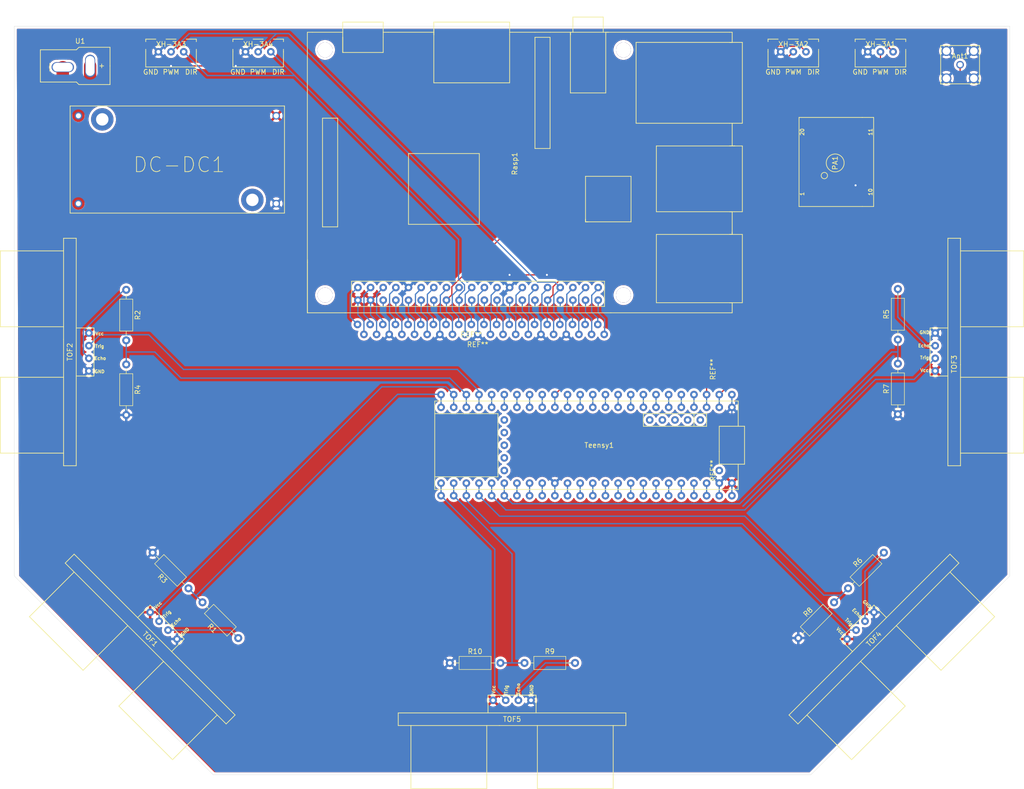
<source format=kicad_pcb>
(kicad_pcb (version 20171130) (host pcbnew "(5.1.10)-1")
  (layers (0 F.Cu signal) (31 B.Cu signal) (34 B.Paste user) (35 F.Paste user) (36 B.SilkS user) (37 F.SilkS user) (38 B.Mask user) (39 F.Mask user) (44 Edge.Cuts user))
  (net 0 "")
  (net 1 Gnd)
  (net 2 SDA)
  (net 3 SCL)
  (net 4 3.3V)
  (net 5 "Net-(PA1-Pad2)")
  (net 6 "Net-(PA1-Pad3)")
  (net 7 "Net-(PA1-Pad4)")
  (net 8 "Net-(PA1-Pad5)")
  (net 9 "Net-(PA1-Pad6)")
  (net 10 "Net-(PA1-Pad7)")
  (net 11 TX0)
  (net 12 RX0)
  (net 13 "Net-(PA1-Pad12)")
  (net 14 "Net-(PA1-Pad13)")
  (net 15 "Net-(PA1-Pad14)")
  (net 16 "Net-(PA1-Pad15)")
  (net 17 "Net-(PA1-Pad16)")
  (net 18 "Net-(PA1-Pad17)")
  (net 19 "Net-(PA1-Pad18)")
  (net 20 "Net-(PA1-Pad19)")
  (net 21 "Net-(PA1-Pad20)")
  (net 22 "Net-(R1-Pad2)")
  (net 23 "Net-(R1-Pad1)")
  (net 24 "Net-(R2-Pad2)")
  (net 25 "Net-(R2-Pad1)")
  (net 26 "Net-(R5-Pad2)")
  (net 27 "Net-(R5-Pad1)")
  (net 28 "Net-(R6-Pad2)")
  (net 29 "Net-(R6-Pad1)")
  (net 30 "Net-(R10-Pad2)")
  (net 31 "Net-(R9-Pad2)")
  (net 32 "Net-(Teensy1-Pad2)")
  (net 33 "Net-(Teensy1-Pad3)")
  (net 34 "Net-(Teensy1-Pad4)")
  (net 35 "Net-(Teensy1-Pad5)")
  (net 36 "Net-(Teensy1-Pad6)")
  (net 37 "Net-(Teensy1-Pad7)")
  (net 38 "Net-(Teensy1-Pad8)")
  (net 39 "Net-(Teensy1-Pad9)")
  (net 40 "Net-(Teensy1-Pad10)")
  (net 41 "Net-(Teensy1-Pad11)")
  (net 42 "Net-(Teensy1-Pad12)")
  (net 43 "Net-(Teensy1-Pad13)")
  (net 44 "Net-(Teensy1-Pad14)")
  (net 45 "Net-(Teensy1-Pad15)")
  (net 46 "Net-(Teensy1-Pad16)")
  (net 47 "Net-(Teensy1-Pad17)")
  (net 48 "Net-(Teensy1-Pad18)")
  (net 49 "Net-(Teensy1-Pad19)")
  (net 50 "Net-(Teensy1-Pad20)")
  (net 51 "Net-(Teensy1-Pad21)")
  (net 52 "Net-(Teensy1-Pad22)")
  (net 53 "Net-(Teensy1-Pad23)")
  (net 54 "Net-(Teensy1-Pad26)")
  (net 55 "Net-(Teensy1-Pad27)")
  (net 56 "Net-(Teensy1-Pad28)")
  (net 57 Trig5)
  (net 58 Trig4)
  (net 59 Trig3)
  (net 60 Trig2)
  (net 61 Trig1)
  (net 62 "Net-(Teensy1-Pad39)")
  (net 63 "Net-(Teensy1-Pad40)")
  (net 64 "Net-(Teensy1-Pad41)")
  (net 65 "Net-(Teensy1-PadV1)")
  (net 66 "Net-(Ant1-Pad1)")
  (net 67 5V)
  (net 68 GND)
  (net 69 "Net-(Rasp1-Pad3)")
  (net 70 "Net-(Rasp1-Pad5)")
  (net 71 "Net-(Rasp1-Pad7)")
  (net 72 "Net-(Rasp1-Pad8)")
  (net 73 "Net-(Rasp1-Pad10)")
  (net 74 "Net-(Rasp1-Pad11)")
  (net 75 "Net-(Rasp1-Pad12)")
  (net 76 "Net-(Rasp1-Pad13)")
  (net 77 "Net-(Rasp1-Pad15)")
  (net 78 DIR1)
  (net 79 "Net-(Rasp1-Pad17)")
  (net 80 DIR2)
  (net 81 "Net-(Rasp1-Pad19)")
  (net 82 "Net-(Rasp1-Pad21)")
  (net 83 "Net-(Rasp1-Pad22)")
  (net 84 "Net-(Rasp1-Pad23)")
  (net 85 "Net-(Rasp1-Pad24)")
  (net 86 "Net-(Rasp1-Pad26)")
  (net 87 "Net-(Rasp1-Pad27)")
  (net 88 "Net-(Rasp1-Pad28)")
  (net 89 "Net-(Rasp1-Pad29)")
  (net 90 "Net-(Rasp1-Pad31)")
  (net 91 PWMLeft)
  (net 92 PWMRight)
  (net 93 "Net-(Rasp1-Pad35)")
  (net 94 "Net-(Rasp1-Pad36)")
  (net 95 "Net-(Rasp1-Pad37)")
  (net 96 "Net-(Rasp1-Pad38)")
  (net 97 "Net-(Rasp1-Pad40)")
  (net 98 "Net-(Rasp1-Pad1)")
  (net 99 "Net-(DC-DC1-PadIN-)")
  (net 100 "Net-(DC-DC1-PadIN+)")
  (module Custom_sym:1×20 (layer F.Cu) (at 183.79 132 90)
    (fp_text reference REF** (at 0.5 20.32) (layer F.SilkS))
    (fp_text value 1×20)
    (pad 20 thru_hole circle (at 2.54 45.72 90) (size 1.524 1.524) (drill 0.762) (layers *.Cu *.Mask))
    (pad 19 thru_hole circle (at 2.54 43.18 90) (size 1.524 1.524) (drill 0.762) (layers *.Cu *.Mask))
    (pad 18 thru_hole circle (at 2.54 40.64 90) (size 1.524 1.524) (drill 0.762) (layers *.Cu *.Mask))
    (pad 17 thru_hole circle (at 2.54 38.1 90) (size 1.524 1.524) (drill 0.762) (layers *.Cu *.Mask) (net 68 GND))
    (pad 16 thru_hole circle (at 2.54 35.56 90) (size 1.524 1.524) (drill 0.762) (layers *.Cu *.Mask))
    (pad 15 thru_hole circle (at 2.54 33.02 90) (size 1.524 1.524) (drill 0.762) (layers *.Cu *.Mask) (net 68 GND))
    (pad 14 thru_hole circle (at 2.54 30.48 90) (size 1.524 1.524) (drill 0.762) (layers *.Cu *.Mask))
    (pad 13 thru_hole circle (at 2.54 27.94 90) (size 1.524 1.524) (drill 0.762) (layers *.Cu *.Mask))
    (pad 12 thru_hole circle (at 2.54 25.4 90) (size 1.524 1.524) (drill 0.762) (layers *.Cu *.Mask))
    (pad 11 thru_hole circle (at 2.54 22.86 90) (size 1.524 1.524) (drill 0.762) (layers *.Cu *.Mask))
    (pad 10 thru_hole circle (at 2.54 20.32 90) (size 1.524 1.524) (drill 0.762) (layers *.Cu *.Mask) (net 68 GND))
    (pad 9 thru_hole circle (at 2.54 17.78 90) (size 1.524 1.524) (drill 0.762) (layers *.Cu *.Mask))
    (pad 8 thru_hole circle (at 2.54 15.24 90) (size 1.524 1.524) (drill 0.762) (layers *.Cu *.Mask))
    (pad 7 thru_hole circle (at 2.54 12.7 90) (size 1.524 1.524) (drill 0.762) (layers *.Cu *.Mask) (net 68 GND))
    (pad 6 thru_hole circle (at 2.54 10.16 90) (size 1.524 1.524) (drill 0.762) (layers *.Cu *.Mask))
    (pad 5 thru_hole circle (at 2.54 7.62 90) (size 1.524 1.524) (drill 0.762) (layers *.Cu *.Mask))
    (pad 4 thru_hole circle (at 2.54 5.08 90) (size 1.524 1.524) (drill 0.762) (layers *.Cu *.Mask))
    (pad 3 thru_hole circle (at 2.54 2.54 90) (size 1.524 1.524) (drill 0.762) (layers *.Cu *.Mask) (net 68 GND))
    (pad 2 thru_hole circle (at 2.54 0 90) (size 1.524 1.524) (drill 0.762) (layers *.Cu *.Mask))
    (pad 1 thru_hole circle (at 2.54 -2.54 90) (size 1.524 1.524) (drill 0.762) (layers *.Cu *.Mask))
  )
  (module Custom_sym:1×20 (layer F.Cu) (at 182.5 130 90)
    (fp_text reference REF** (at 0.5 20.32) (layer F.SilkS))
    (fp_text value 1×20)
    (pad 20 thru_hole circle (at 2.54 45.72 90) (size 1.524 1.524) (drill 0.762) (layers *.Cu *.Mask))
    (pad 19 thru_hole circle (at 2.54 43.18 90) (size 1.524 1.524) (drill 0.762) (layers *.Cu *.Mask))
    (pad 18 thru_hole circle (at 2.54 40.64 90) (size 1.524 1.524) (drill 0.762) (layers *.Cu *.Mask))
    (pad 17 thru_hole circle (at 2.54 38.1 90) (size 1.524 1.524) (drill 0.762) (layers *.Cu *.Mask))
    (pad 16 thru_hole circle (at 2.54 35.56 90) (size 1.524 1.524) (drill 0.762) (layers *.Cu *.Mask))
    (pad 15 thru_hole circle (at 2.54 33.02 90) (size 1.524 1.524) (drill 0.762) (layers *.Cu *.Mask))
    (pad 14 thru_hole circle (at 2.54 30.48 90) (size 1.524 1.524) (drill 0.762) (layers *.Cu *.Mask))
    (pad 13 thru_hole circle (at 2.54 27.94 90) (size 1.524 1.524) (drill 0.762) (layers *.Cu *.Mask))
    (pad 12 thru_hole circle (at 2.54 25.4 90) (size 1.524 1.524) (drill 0.762) (layers *.Cu *.Mask))
    (pad 11 thru_hole circle (at 2.54 22.86 90) (size 1.524 1.524) (drill 0.762) (layers *.Cu *.Mask))
    (pad 10 thru_hole circle (at 2.54 20.32 90) (size 1.524 1.524) (drill 0.762) (layers *.Cu *.Mask))
    (pad 9 thru_hole circle (at 2.54 17.78 90) (size 1.524 1.524) (drill 0.762) (layers *.Cu *.Mask))
    (pad 8 thru_hole circle (at 2.54 15.24 90) (size 1.524 1.524) (drill 0.762) (layers *.Cu *.Mask))
    (pad 7 thru_hole circle (at 2.54 12.7 90) (size 1.524 1.524) (drill 0.762) (layers *.Cu *.Mask))
    (pad 6 thru_hole circle (at 2.54 10.16 90) (size 1.524 1.524) (drill 0.762) (layers *.Cu *.Mask))
    (pad 5 thru_hole circle (at 2.54 7.62 90) (size 1.524 1.524) (drill 0.762) (layers *.Cu *.Mask))
    (pad 4 thru_hole circle (at 2.54 5.08 90) (size 1.524 1.524) (drill 0.762) (layers *.Cu *.Mask))
    (pad 3 thru_hole circle (at 2.54 2.54 90) (size 1.524 1.524) (drill 0.762) (layers *.Cu *.Mask))
    (pad 2 thru_hole circle (at 2.54 0 90) (size 1.524 1.524) (drill 0.762) (layers *.Cu *.Mask))
    (pad 1 thru_hole circle (at 2.54 -2.54 90) (size 1.524 1.524) (drill 0.762) (layers *.Cu *.Mask))
  )
  (module Custom_sym:1×24 (layer F.Cu) (at 252.62 136.48 270)
    (fp_text reference REF** (at 0 1.27 90) (layer F.SilkS))
    (fp_text value 1×24)
    (pad 24 thru_hole circle (at 5.08 55.88 270) (size 1.524 1.524) (drill 0.762) (layers *.Cu *.Mask))
    (pad 23 thru_hole circle (at 5.08 53.34 270) (size 1.524 1.524) (drill 0.762) (layers *.Cu *.Mask))
    (pad 22 thru_hole circle (at 5.08 50.8 270) (size 1.524 1.524) (drill 0.762) (layers *.Cu *.Mask))
    (pad 21 thru_hole circle (at 5.08 48.26 270) (size 1.524 1.524) (drill 0.762) (layers *.Cu *.Mask))
    (pad 20 thru_hole circle (at 5.08 45.72 270) (size 1.524 1.524) (drill 0.762) (layers *.Cu *.Mask))
    (pad 19 thru_hole circle (at 5.08 43.18 270) (size 1.524 1.524) (drill 0.762) (layers *.Cu *.Mask))
    (pad 18 thru_hole circle (at 5.08 40.64 270) (size 1.524 1.524) (drill 0.762) (layers *.Cu *.Mask))
    (pad 17 thru_hole circle (at 5.08 38.1 270) (size 1.524 1.524) (drill 0.762) (layers *.Cu *.Mask))
    (pad 16 thru_hole circle (at 5.08 35.56 270) (size 1.524 1.524) (drill 0.762) (layers *.Cu *.Mask))
    (pad 15 thru_hole circle (at 5.08 33.02 270) (size 1.524 1.524) (drill 0.762) (layers *.Cu *.Mask))
    (pad 14 thru_hole circle (at 5.08 30.48 270) (size 1.524 1.524) (drill 0.762) (layers *.Cu *.Mask))
    (pad 13 thru_hole circle (at 5.08 27.94 270) (size 1.524 1.524) (drill 0.762) (layers *.Cu *.Mask))
    (pad 12 thru_hole circle (at 5.08 25.4 270) (size 1.524 1.524) (drill 0.762) (layers *.Cu *.Mask))
    (pad 11 thru_hole circle (at 5.08 22.86 270) (size 1.524 1.524) (drill 0.762) (layers *.Cu *.Mask))
    (pad 10 thru_hole circle (at 5.08 20.32 270) (size 1.524 1.524) (drill 0.762) (layers *.Cu *.Mask))
    (pad 9 thru_hole circle (at 5.08 17.78 270) (size 1.524 1.524) (drill 0.762) (layers *.Cu *.Mask))
    (pad 8 thru_hole circle (at 5.08 15.24 270) (size 1.524 1.524) (drill 0.762) (layers *.Cu *.Mask))
    (pad 7 thru_hole circle (at 5.08 12.7 270) (size 1.524 1.524) (drill 0.762) (layers *.Cu *.Mask))
    (pad 6 thru_hole circle (at 5.08 10.16 270) (size 1.524 1.524) (drill 0.762) (layers *.Cu *.Mask))
    (pad 5 thru_hole circle (at 5.08 7.62 270) (size 1.524 1.524) (drill 0.762) (layers *.Cu *.Mask))
    (pad 4 thru_hole circle (at 5.08 5.08 270) (size 1.524 1.524) (drill 0.762) (layers *.Cu *.Mask))
    (pad 3 thru_hole circle (at 5.08 2.54 270) (size 1.524 1.524) (drill 0.762) (layers *.Cu *.Mask))
    (pad 2 thru_hole circle (at 5.08 0 270) (size 1.524 1.524) (drill 0.762) (layers *.Cu *.Mask))
    (pad 1 thru_hole circle (at 5.08 -2.54 270) (size 1.524 1.524) (drill 0.762) (layers *.Cu *.Mask))
  )
  (module Custom_sym:1×24 (layer F.Cu) (at 252.62 156.8 270)
    (fp_text reference REF** (at 0 1.27 90) (layer F.SilkS))
    (fp_text value 1×24)
    (pad 24 thru_hole circle (at 5.08 55.88 270) (size 1.524 1.524) (drill 0.762) (layers *.Cu *.Mask))
    (pad 23 thru_hole circle (at 5.08 53.34 270) (size 1.524 1.524) (drill 0.762) (layers *.Cu *.Mask))
    (pad 22 thru_hole circle (at 5.08 50.8 270) (size 1.524 1.524) (drill 0.762) (layers *.Cu *.Mask))
    (pad 21 thru_hole circle (at 5.08 48.26 270) (size 1.524 1.524) (drill 0.762) (layers *.Cu *.Mask))
    (pad 20 thru_hole circle (at 5.08 45.72 270) (size 1.524 1.524) (drill 0.762) (layers *.Cu *.Mask))
    (pad 19 thru_hole circle (at 5.08 43.18 270) (size 1.524 1.524) (drill 0.762) (layers *.Cu *.Mask))
    (pad 18 thru_hole circle (at 5.08 40.64 270) (size 1.524 1.524) (drill 0.762) (layers *.Cu *.Mask))
    (pad 17 thru_hole circle (at 5.08 38.1 270) (size 1.524 1.524) (drill 0.762) (layers *.Cu *.Mask))
    (pad 16 thru_hole circle (at 5.08 35.56 270) (size 1.524 1.524) (drill 0.762) (layers *.Cu *.Mask))
    (pad 15 thru_hole circle (at 5.08 33.02 270) (size 1.524 1.524) (drill 0.762) (layers *.Cu *.Mask))
    (pad 14 thru_hole circle (at 5.08 30.48 270) (size 1.524 1.524) (drill 0.762) (layers *.Cu *.Mask))
    (pad 13 thru_hole circle (at 5.08 27.94 270) (size 1.524 1.524) (drill 0.762) (layers *.Cu *.Mask))
    (pad 12 thru_hole circle (at 5.08 25.4 270) (size 1.524 1.524) (drill 0.762) (layers *.Cu *.Mask))
    (pad 11 thru_hole circle (at 5.08 22.86 270) (size 1.524 1.524) (drill 0.762) (layers *.Cu *.Mask))
    (pad 10 thru_hole circle (at 5.08 20.32 270) (size 1.524 1.524) (drill 0.762) (layers *.Cu *.Mask))
    (pad 9 thru_hole circle (at 5.08 17.78 270) (size 1.524 1.524) (drill 0.762) (layers *.Cu *.Mask))
    (pad 8 thru_hole circle (at 5.08 15.24 270) (size 1.524 1.524) (drill 0.762) (layers *.Cu *.Mask))
    (pad 7 thru_hole circle (at 5.08 12.7 270) (size 1.524 1.524) (drill 0.762) (layers *.Cu *.Mask))
    (pad 6 thru_hole circle (at 5.08 10.16 270) (size 1.524 1.524) (drill 0.762) (layers *.Cu *.Mask))
    (pad 5 thru_hole circle (at 5.08 7.62 270) (size 1.524 1.524) (drill 0.762) (layers *.Cu *.Mask))
    (pad 4 thru_hole circle (at 5.08 5.08 270) (size 1.524 1.524) (drill 0.762) (layers *.Cu *.Mask))
    (pad 3 thru_hole circle (at 5.08 2.54 270) (size 1.524 1.524) (drill 0.762) (layers *.Cu *.Mask) (net 65 "Net-(Teensy1-PadV1)"))
    (pad 2 thru_hole circle (at 5.08 0 270) (size 1.524 1.524) (drill 0.762) (layers *.Cu *.Mask))
    (pad 1 thru_hole circle (at 5.08 -2.54 270) (size 1.524 1.524) (drill 0.762) (layers *.Cu *.Mask))
  )
  (module Custom_sym:SMAAntennaMale (layer F.Cu) (at 300 67.5)
    (fp_text reference Ant1 (at 1 6) (layer F.SilkS))
    (fp_text value SMAAntennaMale)
    (pad Gnd thru_hole circle (at -1.75 5) (size 2 2) (drill 1.5) (layers *.Cu *.Mask) (net 68 GND))
    (pad Gnd thru_hole circle (at 3.75 5) (size 2 2) (drill 1.5) (layers *.Cu *.Mask) (net 68 GND))
    (pad Gnd thru_hole circle (at -1.75 10.5) (size 2 2) (drill 1.5) (layers *.Cu *.Mask) (net 68 GND))
    (pad Gnd thru_hole circle (at 3.75 10.5) (size 2 2) (drill 1.5) (layers *.Cu *.Mask) (net 68 GND))
    (pad 1 thru_hole circle (at 1 7.75) (size 1.524 1.524) (drill 1) (layers *.Cu *.Mask) (net 66 "Net-(Ant1-Pad1)"))
  )
  (module "Custom_sym:BuckConverter(LM2596)" (layer F.Cu) (at 155 100)
    (fp_text reference DC-DC1 (at -10.8585 -4.6355) (layer F.SilkS) (effects (font (size 3 3))))
    (fp_text value "BuckConverter(LM2596)")
    (pad OUT+ thru_hole circle (at 8.636 -14.478) (size 1.524 1.524) (drill 1) (layers *.Cu *.Mask) (net 67 5V))
    (pad OUT- thru_hole circle (at 8.636 3.175) (size 1.524 1.524) (drill 1) (layers *.Cu *.Mask) (net 68 GND))
    (pad IN- thru_hole circle (at -31.115 3.175) (size 1.524 1.524) (drill 1) (layers *.Cu *.Mask) (net 99 "Net-(DC-DC1-PadIN-)"))
    (pad IN+ thru_hole circle (at -31.1023 -14.478) (size 1.524 1.524) (drill 1) (layers *.Cu *.Mask) (net 100 "Net-(DC-DC1-PadIN+)"))
    (pad 1 thru_hole circle (at -26.3144 -13.7541) (size 4.5 4.5) (drill 2.5) (layers *.Cu *.Mask))
    (pad 2 thru_hole circle (at 3.8354 2.4257) (size 4.5 4.5) (drill 2.5) (layers *.Cu *.Mask))
  )
  (module "Custom_sym:GPS PA1616D" (layer F.Cu) (at 275 95 90)
    (fp_text reference PA1 (at 0 0.889 90) (layer F.SilkS))
    (fp_text value PA1616D)
    (fp_text user 1 (at -6.223 -5.715 90) (layer F.SilkS) (effects (font (size 0.75 0.75))))
    (fp_text user 10 (at -5.842 8.001 90) (layer F.SilkS) (effects (font (size 0.75 0.75))))
    (fp_text user 11 (at 6.223 8.001 90) (layer F.SilkS) (effects (font (size 0.75 0.75))))
    (fp_text user 20 (at 6.223 -5.715 90) (layer F.SilkS) (effects (font (size 0.75 0.75))))
    (pad 1 smd rect (at -7.62 -5.715 180) (size 1 2) (layers F.Cu F.Paste F.Mask) (net 4 3.3V))
    (pad 2 smd rect (at -7.62 -4.191 180) (size 1 2) (layers F.Cu F.Paste F.Mask) (net 5 "Net-(PA1-Pad2)"))
    (pad 3 smd rect (at -7.62 -2.667 180) (size 1 2) (layers F.Cu F.Paste F.Mask) (net 6 "Net-(PA1-Pad3)"))
    (pad 4 smd rect (at -7.62 -1.143 180) (size 1 2) (layers F.Cu F.Paste F.Mask) (net 7 "Net-(PA1-Pad4)"))
    (pad 5 smd rect (at -7.62 0.381 180) (size 1 2) (layers F.Cu F.Paste F.Mask) (net 8 "Net-(PA1-Pad5)"))
    (pad 6 smd rect (at -7.62 1.905 180) (size 1 2) (layers F.Cu F.Paste F.Mask) (net 9 "Net-(PA1-Pad6)"))
    (pad 7 smd rect (at -7.62 3.429 180) (size 1 2) (layers F.Cu F.Paste F.Mask) (net 10 "Net-(PA1-Pad7)"))
    (pad 8 smd rect (at -7.62 4.953 180) (size 1 2) (layers F.Cu F.Paste F.Mask) (net 68 GND))
    (pad 9 smd rect (at -7.62 6.477 180) (size 1 2) (layers F.Cu F.Paste F.Mask) (net 11 TX0))
    (pad 10 smd rect (at -7.62 8.001 180) (size 1 2) (layers F.Cu F.Paste F.Mask) (net 12 RX0))
    (pad 11 smd rect (at 8.001 8.001 180) (size 1 2) (layers F.Cu F.Paste F.Mask) (net 66 "Net-(Ant1-Pad1)"))
    (pad 12 smd rect (at 8.001 6.477 180) (size 1 2) (layers F.Cu F.Paste F.Mask) (net 13 "Net-(PA1-Pad12)"))
    (pad 13 smd rect (at 8.001 4.953 180) (size 1 2) (layers F.Cu F.Paste F.Mask) (net 14 "Net-(PA1-Pad13)"))
    (pad 14 smd rect (at 8.001 3.429 180) (size 1 2) (layers F.Cu F.Paste F.Mask) (net 15 "Net-(PA1-Pad14)"))
    (pad 15 smd rect (at 8.001 1.905 180) (size 1 2) (layers F.Cu F.Paste F.Mask) (net 16 "Net-(PA1-Pad15)"))
    (pad 16 smd rect (at 8.001 0.381 180) (size 1 2) (layers F.Cu F.Paste F.Mask) (net 17 "Net-(PA1-Pad16)"))
    (pad 17 smd rect (at 8.001 -1.143 180) (size 1 2) (layers F.Cu F.Paste F.Mask) (net 18 "Net-(PA1-Pad17)"))
    (pad 18 smd rect (at 8.001 -2.667 180) (size 1 2) (layers F.Cu F.Paste F.Mask) (net 19 "Net-(PA1-Pad18)"))
    (pad 19 smd rect (at 8.001 -4.191 180) (size 1 2) (layers F.Cu F.Paste F.Mask) (net 20 "Net-(PA1-Pad19)"))
    (pad 20 smd rect (at 8.001 -5.715 180) (size 1 2) (layers F.Cu F.Paste F.Mask) (net 21 "Net-(PA1-Pad20)"))
  )
  (module Resistors_THT:R_Axial_DIN0207_L6.3mm_D2.5mm_P10.16mm_Horizontal (layer F.Cu) (at 156 190.5 135)
    (fp_text reference R1 (at 5.08 -2.31 135) (layer F.SilkS))
    (fp_text value R)
    (pad 2 thru_hole oval (at 10.16 0 135) (size 1.6 1.6) (drill 0.8) (layers *.Cu *.Mask) (net 22 "Net-(R1-Pad2)"))
    (pad 1 thru_hole circle (at 0 0 135) (size 1.6 1.6) (drill 0.8) (layers *.Cu *.Mask) (net 23 "Net-(R1-Pad1)"))
  )
  (module Resistors_THT:R_Axial_DIN0207_L6.3mm_D2.5mm_P10.16mm_Horizontal (layer F.Cu) (at 133.5 120.5 270)
    (fp_text reference R2 (at 5.08 -2.31 90) (layer F.SilkS))
    (fp_text value R)
    (pad 2 thru_hole oval (at 10.16 0 270) (size 1.6 1.6) (drill 0.8) (layers *.Cu *.Mask) (net 24 "Net-(R2-Pad2)"))
    (pad 1 thru_hole circle (at 0 0 270) (size 1.6 1.6) (drill 0.8) (layers *.Cu *.Mask) (net 25 "Net-(R2-Pad1)"))
  )
  (module Resistors_THT:R_Axial_DIN0207_L6.3mm_D2.5mm_P10.16mm_Horizontal (layer F.Cu) (at 146 180.5 135)
    (fp_text reference R3 (at 5.08 -2.31 135) (layer F.SilkS))
    (fp_text value R)
    (pad 1 thru_hole circle (at 0 0 135) (size 1.6 1.6) (drill 0.8) (layers *.Cu *.Mask) (net 22 "Net-(R1-Pad2)"))
    (pad 2 thru_hole oval (at 10.16 0 135) (size 1.6 1.6) (drill 0.8) (layers *.Cu *.Mask) (net 68 GND))
  )
  (module Resistors_THT:R_Axial_DIN0207_L6.3mm_D2.5mm_P10.16mm_Horizontal (layer F.Cu) (at 133.5 135.5 270)
    (fp_text reference R4 (at 5.08 -2.31 90) (layer F.SilkS))
    (fp_text value R)
    (pad 1 thru_hole circle (at 0 0 270) (size 1.6 1.6) (drill 0.8) (layers *.Cu *.Mask) (net 24 "Net-(R2-Pad2)"))
    (pad 2 thru_hole oval (at 10.16 0 270) (size 1.6 1.6) (drill 0.8) (layers *.Cu *.Mask) (net 68 GND))
  )
  (module Resistors_THT:R_Axial_DIN0207_L6.3mm_D2.5mm_P10.16mm_Horizontal (layer F.Cu) (at 288.5 130.5 90)
    (fp_text reference R5 (at 5.08 -2.31 90) (layer F.SilkS))
    (fp_text value R)
    (pad 2 thru_hole oval (at 10.16 0 90) (size 1.6 1.6) (drill 0.8) (layers *.Cu *.Mask) (net 26 "Net-(R5-Pad2)"))
    (pad 1 thru_hole circle (at 0 0 90) (size 1.6 1.6) (drill 0.8) (layers *.Cu *.Mask) (net 27 "Net-(R5-Pad1)"))
  )
  (module Resistors_THT:R_Axial_DIN0207_L6.3mm_D2.5mm_P10.16mm_Horizontal (layer F.Cu) (at 278.5 180.5 45)
    (fp_text reference R6 (at 5.08 -2.31 45) (layer F.SilkS))
    (fp_text value R)
    (pad 2 thru_hole oval (at 10.16 0 45) (size 1.6 1.6) (drill 0.8) (layers *.Cu *.Mask) (net 28 "Net-(R6-Pad2)"))
    (pad 1 thru_hole circle (at 0 0 45) (size 1.6 1.6) (drill 0.8) (layers *.Cu *.Mask) (net 29 "Net-(R6-Pad1)"))
  )
  (module Resistors_THT:R_Axial_DIN0207_L6.3mm_D2.5mm_P10.16mm_Horizontal (layer F.Cu) (at 288.5 145.5 90)
    (fp_text reference R7 (at 5.08 -2.31 90) (layer F.SilkS))
    (fp_text value R)
    (pad 1 thru_hole circle (at 0 0 90) (size 1.6 1.6) (drill 0.8) (layers *.Cu *.Mask) (net 68 GND))
    (pad 2 thru_hole oval (at 10.16 0 90) (size 1.6 1.6) (drill 0.8) (layers *.Cu *.Mask) (net 27 "Net-(R5-Pad1)"))
  )
  (module Resistors_THT:R_Axial_DIN0207_L6.3mm_D2.5mm_P10.16mm_Horizontal (layer F.Cu) (at 268.5 190.5 45)
    (fp_text reference R8 (at 5.08 -2.31 45) (layer F.SilkS))
    (fp_text value R)
    (pad 1 thru_hole circle (at 0 0 45) (size 1.6 1.6) (drill 0.8) (layers *.Cu *.Mask) (net 68 GND))
    (pad 2 thru_hole oval (at 10.16 0 45) (size 1.6 1.6) (drill 0.8) (layers *.Cu *.Mask) (net 29 "Net-(R6-Pad1)"))
  )
  (module Resistors_THT:R_Axial_DIN0207_L6.3mm_D2.5mm_P10.16mm_Horizontal (layer F.Cu) (at 213.5 195.5)
    (fp_text reference R9 (at 5.08 -2.31) (layer F.SilkS))
    (fp_text value R)
    (pad 1 thru_hole circle (at 0 0) (size 1.6 1.6) (drill 0.8) (layers *.Cu *.Mask) (net 30 "Net-(R10-Pad2)"))
    (pad 2 thru_hole oval (at 10.16 0) (size 1.6 1.6) (drill 0.8) (layers *.Cu *.Mask) (net 31 "Net-(R9-Pad2)"))
  )
  (module Resistors_THT:R_Axial_DIN0207_L6.3mm_D2.5mm_P10.16mm_Horizontal (layer F.Cu) (at 198.5 195.5)
    (fp_text reference R10 (at 5.08 -2.31) (layer F.SilkS))
    (fp_text value R)
    (pad 2 thru_hole oval (at 10.16 0) (size 1.6 1.6) (drill 0.8) (layers *.Cu *.Mask) (net 30 "Net-(R10-Pad2)"))
    (pad 1 thru_hole circle (at 0 0) (size 1.6 1.6) (drill 0.8) (layers *.Cu *.Mask) (net 68 GND))
  )
  (module Custom_sym:RasberryPI3 (layer F.Cu) (at 177.5 117.5 90)
    (fp_text reference Rasp1 (at 22.352 34.036 90) (layer F.SilkS))
    (fp_text value RaspberryPi3)
    (pad 2 thru_hole circle (at -5.08 2.54 90) (size 1.524 1.524) (drill 0.762) (layers *.Cu *.Mask) (net 67 5V))
    (pad 3 thru_hole circle (at -2.54 5.08 90) (size 1.524 1.524) (drill 0.762) (layers *.Cu *.Mask) (net 69 "Net-(Rasp1-Pad3)"))
    (pad 4 thru_hole circle (at -5.08 5.08 90) (size 1.524 1.524) (drill 0.762) (layers *.Cu *.Mask) (net 67 5V))
    (pad 5 thru_hole circle (at -2.54 7.62 90) (size 1.524 1.524) (drill 0.762) (layers *.Cu *.Mask) (net 70 "Net-(Rasp1-Pad5)"))
    (pad 6 thru_hole circle (at -5.08 7.62 90) (size 1.524 1.524) (drill 0.762) (layers *.Cu *.Mask) (net 68 GND))
    (pad 7 thru_hole circle (at -2.54 10.16 90) (size 1.524 1.524) (drill 0.762) (layers *.Cu *.Mask) (net 71 "Net-(Rasp1-Pad7)"))
    (pad 8 thru_hole circle (at -5.08 10.16 90) (size 1.524 1.524) (drill 0.762) (layers *.Cu *.Mask) (net 72 "Net-(Rasp1-Pad8)"))
    (pad 9 thru_hole circle (at -2.54 12.7 90) (size 1.524 1.524) (drill 0.762) (layers *.Cu *.Mask) (net 68 GND))
    (pad 10 thru_hole circle (at -5.08 12.7 90) (size 1.524 1.524) (drill 0.762) (layers *.Cu *.Mask) (net 73 "Net-(Rasp1-Pad10)"))
    (pad 11 thru_hole circle (at -2.54 15.24 90) (size 1.524 1.524) (drill 0.762) (layers *.Cu *.Mask) (net 74 "Net-(Rasp1-Pad11)"))
    (pad 12 thru_hole circle (at -5.08 15.24 90) (size 1.524 1.524) (drill 0.762) (layers *.Cu *.Mask) (net 75 "Net-(Rasp1-Pad12)"))
    (pad 13 thru_hole circle (at -2.54 17.78 90) (size 1.524 1.524) (drill 0.762) (layers *.Cu *.Mask) (net 76 "Net-(Rasp1-Pad13)"))
    (pad 14 thru_hole circle (at -5.08 17.78 90) (size 1.524 1.524) (drill 0.762) (layers *.Cu *.Mask) (net 68 GND))
    (pad 15 thru_hole circle (at -2.54 20.32 90) (size 1.524 1.524) (drill 0.762) (layers *.Cu *.Mask) (net 77 "Net-(Rasp1-Pad15)"))
    (pad 16 thru_hole circle (at -5.08 20.32 90) (size 1.524 1.524) (drill 0.762) (layers *.Cu *.Mask) (net 78 DIR1))
    (pad 17 thru_hole circle (at -2.54 22.86 90) (size 1.524 1.524) (drill 0.762) (layers *.Cu *.Mask) (net 79 "Net-(Rasp1-Pad17)"))
    (pad 18 thru_hole circle (at -5.08 22.86 90) (size 1.524 1.524) (drill 0.762) (layers *.Cu *.Mask) (net 80 DIR2))
    (pad 19 thru_hole circle (at -2.54 25.4 90) (size 1.524 1.524) (drill 0.762) (layers *.Cu *.Mask) (net 81 "Net-(Rasp1-Pad19)"))
    (pad 20 thru_hole circle (at -5.08 25.4 90) (size 1.524 1.524) (drill 0.762) (layers *.Cu *.Mask) (net 68 GND))
    (pad 21 thru_hole circle (at -2.54 27.94 90) (size 1.524 1.524) (drill 0.762) (layers *.Cu *.Mask) (net 82 "Net-(Rasp1-Pad21)"))
    (pad 22 thru_hole circle (at -5.08 27.94 90) (size 1.524 1.524) (drill 0.762) (layers *.Cu *.Mask) (net 83 "Net-(Rasp1-Pad22)"))
    (pad 23 thru_hole circle (at -2.54 30.48 90) (size 1.524 1.524) (drill 0.762) (layers *.Cu *.Mask) (net 84 "Net-(Rasp1-Pad23)"))
    (pad 24 thru_hole circle (at -5.08 30.48 90) (size 1.524 1.524) (drill 0.762) (layers *.Cu *.Mask) (net 85 "Net-(Rasp1-Pad24)"))
    (pad 25 thru_hole circle (at -2.54 33.02 90) (size 1.524 1.524) (drill 0.762) (layers *.Cu *.Mask) (net 68 GND))
    (pad 26 thru_hole circle (at -5.08 33.02 90) (size 1.524 1.524) (drill 0.762) (layers *.Cu *.Mask) (net 86 "Net-(Rasp1-Pad26)"))
    (pad 27 thru_hole circle (at -2.54 35.56 90) (size 1.524 1.524) (drill 0.762) (layers *.Cu *.Mask) (net 87 "Net-(Rasp1-Pad27)"))
    (pad 28 thru_hole circle (at -5.08 35.56 90) (size 1.524 1.524) (drill 0.762) (layers *.Cu *.Mask) (net 88 "Net-(Rasp1-Pad28)"))
    (pad 29 thru_hole circle (at -2.54 38.1 90) (size 1.524 1.524) (drill 0.762) (layers *.Cu *.Mask) (net 89 "Net-(Rasp1-Pad29)"))
    (pad 30 thru_hole circle (at -5.08 38.1 90) (size 1.524 1.524) (drill 0.762) (layers *.Cu *.Mask) (net 68 GND))
    (pad 31 thru_hole circle (at -2.54 40.64 90) (size 1.524 1.524) (drill 0.762) (layers *.Cu *.Mask) (net 90 "Net-(Rasp1-Pad31)"))
    (pad 32 thru_hole circle (at -5.08 40.64 90) (size 1.524 1.524) (drill 0.762) (layers *.Cu *.Mask) (net 91 PWMLeft))
    (pad 33 thru_hole circle (at -2.54 43.18 90) (size 1.524 1.524) (drill 0.762) (layers *.Cu *.Mask) (net 92 PWMRight))
    (pad 34 thru_hole circle (at -5.08 43.18 90) (size 1.524 1.524) (drill 0.762) (layers *.Cu *.Mask) (net 68 GND))
    (pad 35 thru_hole circle (at -2.54 45.72 90) (size 1.524 1.524) (drill 0.762) (layers *.Cu *.Mask) (net 93 "Net-(Rasp1-Pad35)"))
    (pad 36 thru_hole circle (at -5.08 45.72 90) (size 1.524 1.524) (drill 0.762) (layers *.Cu *.Mask) (net 94 "Net-(Rasp1-Pad36)"))
    (pad 37 thru_hole circle (at -2.54 48.26 90) (size 1.524 1.524) (drill 0.762) (layers *.Cu *.Mask) (net 95 "Net-(Rasp1-Pad37)"))
    (pad 38 thru_hole circle (at -5.08 48.26 90) (size 1.524 1.524) (drill 0.762) (layers *.Cu *.Mask) (net 96 "Net-(Rasp1-Pad38)"))
    (pad 39 thru_hole circle (at -2.54 50.8 90) (size 1.524 1.524) (drill 0.762) (layers *.Cu *.Mask))
    (pad 40 thru_hole circle (at -5.08 50.8 90) (size 1.524 1.524) (drill 0.762) (layers *.Cu *.Mask) (net 97 "Net-(Rasp1-Pad40)"))
    (pad 1 thru_hole circle (at -2.54 2.54 90) (size 1.524 1.524) (drill 0.762) (layers *.Cu *.Mask) (net 98 "Net-(Rasp1-Pad1)"))
    (pad 41 thru_hole circle (at -4.064 -4.064 90) (size 3 3) (drill 3) (layers *.Cu *.Mask))
    (pad 42 thru_hole circle (at -4.064 55.88 90) (size 3 3) (drill 3) (layers *.Cu *.Mask))
    (pad 43 thru_hole circle (at 45.212 -4.064 90) (size 3 3) (drill 3) (layers *.Cu *.Mask))
    (pad 44 thru_hole circle (at 45.212 55.88 90) (size 3 3) (drill 3) (layers *.Cu *.Mask))
  )
  (module "Custom_sym:Teensy 4.1" (layer F.Cu) (at 242.46 151.74 270)
    (fp_text reference Teensy1 (at 0 13.97) (layer F.SilkS))
    (fp_text value Teensy4.1)
    (pad 1 thru_hole circle (at -7.62 -7.62 270) (size 1.524 1.524) (drill 0.762) (layers *.Cu *.Mask) (net 12 RX0))
    (pad 2 thru_hole circle (at -7.62 -5.08 270) (size 1.524 1.524) (drill 0.762) (layers *.Cu *.Mask) (net 32 "Net-(Teensy1-Pad2)"))
    (pad 3 thru_hole circle (at -7.62 -2.54 270) (size 1.524 1.524) (drill 0.762) (layers *.Cu *.Mask) (net 33 "Net-(Teensy1-Pad3)"))
    (pad 4 thru_hole circle (at -7.62 0 270) (size 1.524 1.524) (drill 0.762) (layers *.Cu *.Mask) (net 34 "Net-(Teensy1-Pad4)"))
    (pad 5 thru_hole circle (at -7.62 2.54 270) (size 1.524 1.524) (drill 0.762) (layers *.Cu *.Mask) (net 35 "Net-(Teensy1-Pad5)"))
    (pad 6 thru_hole circle (at -7.62 5.08 270) (size 1.524 1.524) (drill 0.762) (layers *.Cu *.Mask) (net 36 "Net-(Teensy1-Pad6)"))
    (pad 7 thru_hole circle (at -7.62 7.62 270) (size 1.524 1.524) (drill 0.762) (layers *.Cu *.Mask) (net 37 "Net-(Teensy1-Pad7)"))
    (pad 8 thru_hole circle (at -7.62 10.16 270) (size 1.524 1.524) (drill 0.762) (layers *.Cu *.Mask) (net 38 "Net-(Teensy1-Pad8)"))
    (pad 9 thru_hole circle (at -7.62 12.7 270) (size 1.524 1.524) (drill 0.762) (layers *.Cu *.Mask) (net 39 "Net-(Teensy1-Pad9)"))
    (pad 10 thru_hole circle (at -7.62 15.24 270) (size 1.524 1.524) (drill 0.762) (layers *.Cu *.Mask) (net 40 "Net-(Teensy1-Pad10)"))
    (pad 11 thru_hole circle (at -7.62 17.78 270) (size 1.524 1.524) (drill 0.762) (layers *.Cu *.Mask) (net 41 "Net-(Teensy1-Pad11)"))
    (pad 12 thru_hole circle (at -7.62 20.32 270) (size 1.524 1.524) (drill 0.762) (layers *.Cu *.Mask) (net 42 "Net-(Teensy1-Pad12)"))
    (pad 13 thru_hole circle (at 7.62 20.32 270) (size 1.524 1.524) (drill 0.762) (layers *.Cu *.Mask) (net 43 "Net-(Teensy1-Pad13)"))
    (pad 14 thru_hole circle (at 7.62 17.78 270) (size 1.524 1.524) (drill 0.762) (layers *.Cu *.Mask) (net 44 "Net-(Teensy1-Pad14)"))
    (pad 15 thru_hole circle (at 7.62 15.24 270) (size 1.524 1.524) (drill 0.762) (layers *.Cu *.Mask) (net 45 "Net-(Teensy1-Pad15)"))
    (pad 16 thru_hole circle (at 7.62 12.7 270) (size 1.524 1.524) (drill 0.762) (layers *.Cu *.Mask) (net 46 "Net-(Teensy1-Pad16)"))
    (pad 17 thru_hole circle (at 7.62 10.16 270) (size 1.524 1.524) (drill 0.762) (layers *.Cu *.Mask) (net 47 "Net-(Teensy1-Pad17)"))
    (pad 18 thru_hole circle (at 7.62 7.62 270) (size 1.524 1.524) (drill 0.762) (layers *.Cu *.Mask) (net 48 "Net-(Teensy1-Pad18)"))
    (pad 19 thru_hole circle (at 7.62 5.08 270) (size 1.524 1.524) (drill 0.762) (layers *.Cu *.Mask) (net 49 "Net-(Teensy1-Pad19)"))
    (pad 20 thru_hole circle (at 7.62 2.54 270) (size 1.524 1.524) (drill 0.762) (layers *.Cu *.Mask) (net 50 "Net-(Teensy1-Pad20)"))
    (pad 21 thru_hole circle (at 7.62 0 270) (size 1.524 1.524) (drill 0.762) (layers *.Cu *.Mask) (net 51 "Net-(Teensy1-Pad21)"))
    (pad 22 thru_hole circle (at 7.62 -2.54 270) (size 1.524 1.524) (drill 0.762) (layers *.Cu *.Mask) (net 52 "Net-(Teensy1-Pad22)"))
    (pad 23 thru_hole circle (at 7.62 -5.08 270) (size 1.524 1.524) (drill 0.762) (layers *.Cu *.Mask) (net 53 "Net-(Teensy1-Pad23)"))
    (pad 24 thru_hole circle (at -7.62 25.4 270) (size 1.524 1.524) (drill 0.762) (layers *.Cu *.Mask) (net 3 SCL))
    (pad 25 thru_hole circle (at -7.62 27.94 270) (size 1.524 1.524) (drill 0.762) (layers *.Cu *.Mask) (net 2 SDA))
    (pad 26 thru_hole circle (at -7.62 30.48 270) (size 1.524 1.524) (drill 0.762) (layers *.Cu *.Mask) (net 54 "Net-(Teensy1-Pad26)"))
    (pad 27 thru_hole circle (at -7.62 33.02 270) (size 1.524 1.524) (drill 0.762) (layers *.Cu *.Mask) (net 55 "Net-(Teensy1-Pad27)"))
    (pad 28 thru_hole circle (at -7.62 35.56 270) (size 1.524 1.524) (drill 0.762) (layers *.Cu *.Mask) (net 56 "Net-(Teensy1-Pad28)"))
    (pad 29 thru_hole circle (at -7.62 38.1 270) (size 1.524 1.524) (drill 0.762) (layers *.Cu *.Mask) (net 57 Trig5))
    (pad 30 thru_hole circle (at -7.62 40.64 270) (size 1.524 1.524) (drill 0.762) (layers *.Cu *.Mask) (net 24 "Net-(R2-Pad2)"))
    (pad 31 thru_hole circle (at -7.62 43.18 270) (size 1.524 1.524) (drill 0.762) (layers *.Cu *.Mask) (net 58 Trig4))
    (pad 32 thru_hole circle (at -7.62 45.72 270) (size 1.524 1.524) (drill 0.762) (layers *.Cu *.Mask) (net 22 "Net-(R1-Pad2)"))
    (pad 33 thru_hole circle (at 7.62 45.72 270) (size 1.524 1.524) (drill 0.762) (layers *.Cu *.Mask) (net 59 Trig3))
    (pad 34 thru_hole circle (at 7.62 43.18 270) (size 1.524 1.524) (drill 0.762) (layers *.Cu *.Mask) (net 30 "Net-(R10-Pad2)"))
    (pad 35 thru_hole circle (at 7.62 40.64 270) (size 1.524 1.524) (drill 0.762) (layers *.Cu *.Mask) (net 60 Trig2))
    (pad 36 thru_hole circle (at 7.62 38.1 270) (size 1.524 1.524) (drill 0.762) (layers *.Cu *.Mask) (net 29 "Net-(R6-Pad1)"))
    (pad 37 thru_hole circle (at 7.62 35.56 270) (size 1.524 1.524) (drill 0.762) (layers *.Cu *.Mask) (net 61 Trig1))
    (pad 38 thru_hole circle (at 7.62 33.02 270) (size 1.524 1.524) (drill 0.762) (layers *.Cu *.Mask) (net 27 "Net-(R5-Pad1)"))
    (pad 39 thru_hole circle (at 7.62 30.48 270) (size 1.524 1.524) (drill 0.762) (layers *.Cu *.Mask) (net 62 "Net-(Teensy1-Pad39)"))
    (pad 40 thru_hole circle (at 7.62 27.94 270) (size 1.524 1.524) (drill 0.762) (layers *.Cu *.Mask) (net 63 "Net-(Teensy1-Pad40)"))
    (pad 41 thru_hole circle (at 7.62 25.4 270) (size 1.524 1.524) (drill 0.762) (layers *.Cu *.Mask) (net 64 "Net-(Teensy1-Pad41)"))
    (pad 0 thru_hole circle (at -7.62 -10.16 270) (size 1.524 1.524) (drill 0.762) (layers *.Cu *.Mask) (net 11 TX0))
    (pad G4 thru_hole circle (at -7.62 -12.7 270) (size 1.524 1.524) (drill 0.762) (layers *.Cu *.Mask) (net 68 GND))
    (pad V1 thru_hole circle (at 7.62 -7.62 270) (size 1.524 1.524) (drill 0.762) (layers *.Cu *.Mask) (net 65 "Net-(Teensy1-PadV1)"))
    (pad G1 thru_hole circle (at 7.62 -10.16 270) (size 1.524 1.524) (drill 0.762) (layers *.Cu *.Mask) (net 68 GND))
    (pad Vin thru_hole circle (at 7.62 -12.7 270) (size 1.524 1.524) (drill 0.762) (layers *.Cu *.Mask) (net 67 5V))
    (pad V2 thru_hole circle (at -7.62 22.86 270) (size 1.524 1.524) (drill 0.762) (layers *.Cu *.Mask) (net 4 3.3V))
    (pad G3 thru_hole circle (at 7.62 22.86 270) (size 1.524 1.524) (drill 0.762) (layers *.Cu *.Mask) (net 68 GND))
    (pad "" thru_hole circle (at -5.08 33.02 270) (size 1.524 1.524) (drill 0.762) (layers *.Cu *.Mask))
    (pad "" thru_hole circle (at -2.54 33.02 270) (size 1.524 1.524) (drill 0.762) (layers *.Cu *.Mask))
    (pad "" thru_hole circle (at 0 33.02 270) (size 1.524 1.524) (drill 0.762) (layers *.Cu *.Mask))
    (pad "" thru_hole circle (at 2.54 33.02 270) (size 1.524 1.524) (drill 0.762) (layers *.Cu *.Mask))
    (pad "" thru_hole circle (at 5.08 33.02 270) (size 1.524 1.524) (drill 0.762) (layers *.Cu *.Mask))
    (pad "" thru_hole circle (at -5.08 -6.35 270) (size 1.524 1.524) (drill 0.762) (layers *.Cu *.Mask))
    (pad "" thru_hole circle (at -5.08 -3.81 270) (size 1.524 1.524) (drill 0.762) (layers *.Cu *.Mask))
    (pad "" thru_hole circle (at -5.08 -1.27 270) (size 1.524 1.524) (drill 0.762) (layers *.Cu *.Mask))
    (pad "" thru_hole circle (at -5.08 1.27 270) (size 1.524 1.524) (drill 0.762) (layers *.Cu *.Mask))
    (pad "" thru_hole circle (at -5.08 3.81 270) (size 1.524 1.524) (drill 0.762) (layers *.Cu *.Mask))
    (pad G2 thru_hole circle (at 5.08 -10.16 270) (size 1.524 1.524) (drill 0.762) (layers *.Cu *.Mask))
  )
  (module "Custom_sym:TOF Sensor" (layer F.Cu) (at 141 188 315)
    (fp_text reference TOF1 (at 0 3.81 135) (layer F.SilkS))
    (fp_text value TOFSensor)
    (fp_text user GND (at 3.937 -2.159 45) (layer F.SilkS) (effects (font (size 0.635 0.635))))
    (fp_text user Echo (at 1.27 -2.286 45) (layer F.SilkS) (effects (font (size 0.635 0.635))))
    (fp_text user Trig (at -1.143 -2.159 45) (layer F.SilkS) (effects (font (size 0.635 0.635))))
    (fp_text user Vcc (at -3.683 -2.159 45) (layer F.SilkS) (effects (font (size 0.635 0.635))))
    (pad 1 thru_hole circle (at -3.81 0 315) (size 1.524 1.524) (drill 0.762) (layers *.Cu *.Mask) (net 67 5V))
    (pad 2 thru_hole circle (at -1.27 0 315) (size 1.524 1.524) (drill 0.762) (layers *.Cu *.Mask) (net 58 Trig4))
    (pad 3 thru_hole circle (at 1.27 0 315) (size 1.524 1.524) (drill 0.762) (layers *.Cu *.Mask) (net 23 "Net-(R1-Pad1)"))
    (pad 4 thru_hole circle (at 3.81 0 315) (size 1.524 1.524) (drill 0.762) (layers *.Cu *.Mask) (net 68 GND))
  )
  (module "Custom_sym:TOF Sensor" (layer F.Cu) (at 126 133 270)
    (fp_text reference TOF2 (at 0 3.81 90) (layer F.SilkS))
    (fp_text value TOFSensor)
    (fp_text user GND (at 3.937 -2.159) (layer F.SilkS) (effects (font (size 0.635 0.635))))
    (fp_text user Echo (at 1.27 -2.286) (layer F.SilkS) (effects (font (size 0.635 0.635))))
    (fp_text user Trig (at -1.143 -2.159) (layer F.SilkS) (effects (font (size 0.635 0.635))))
    (fp_text user Vcc (at -3.683 -2.159) (layer F.SilkS) (effects (font (size 0.635 0.635))))
    (pad 1 thru_hole circle (at -3.81 0 270) (size 1.524 1.524) (drill 0.762) (layers *.Cu *.Mask) (net 67 5V))
    (pad 2 thru_hole circle (at -1.27 0 270) (size 1.524 1.524) (drill 0.762) (layers *.Cu *.Mask) (net 57 Trig5))
    (pad 3 thru_hole circle (at 1.27 0 270) (size 1.524 1.524) (drill 0.762) (layers *.Cu *.Mask) (net 25 "Net-(R2-Pad1)"))
    (pad 4 thru_hole circle (at 3.81 0 270) (size 1.524 1.524) (drill 0.762) (layers *.Cu *.Mask) (net 68 GND))
  )
  (module "Custom_sym:TOF Sensor" (layer F.Cu) (at 296 133 90)
    (fp_text reference TOF3 (at -2.445001 3.81 90) (layer F.SilkS))
    (fp_text value TOFSensor)
    (fp_text user Vcc (at -3.683 -2.159) (layer F.SilkS) (effects (font (size 0.635 0.635))))
    (fp_text user Trig (at -1.143 -2.159) (layer F.SilkS) (effects (font (size 0.635 0.635))))
    (fp_text user Echo (at 1.27 -2.286) (layer F.SilkS) (effects (font (size 0.635 0.635))))
    (fp_text user GND (at 3.937 -2.159) (layer F.SilkS) (effects (font (size 0.635 0.635))))
    (pad 4 thru_hole circle (at 3.81 0 90) (size 1.524 1.524) (drill 0.762) (layers *.Cu *.Mask) (net 68 GND))
    (pad 3 thru_hole circle (at 1.27 0 90) (size 1.524 1.524) (drill 0.762) (layers *.Cu *.Mask) (net 26 "Net-(R5-Pad2)"))
    (pad 2 thru_hole circle (at -1.27 0 90) (size 1.524 1.524) (drill 0.762) (layers *.Cu *.Mask) (net 61 Trig1))
    (pad 1 thru_hole circle (at -3.81 0 90) (size 1.524 1.524) (drill 0.762) (layers *.Cu *.Mask) (net 67 5V))
  )
  (module "Custom_sym:TOF Sensor" (layer F.Cu) (at 281 188 45)
    (fp_text reference TOF4 (at 0 3.81 45) (layer F.SilkS))
    (fp_text value TOFSensor)
    (fp_text user Vcc (at -3.683 -2.159 135) (layer F.SilkS) (effects (font (size 0.635 0.635))))
    (fp_text user Trig (at -1.143 -2.159 135) (layer F.SilkS) (effects (font (size 0.635 0.635))))
    (fp_text user Echo (at 1.27 -2.286 135) (layer F.SilkS) (effects (font (size 0.635 0.635))))
    (fp_text user GND (at 3.937 -2.159 135) (layer F.SilkS) (effects (font (size 0.635 0.635))))
    (pad 4 thru_hole circle (at 3.81 0 45) (size 1.524 1.524) (drill 0.762) (layers *.Cu *.Mask) (net 68 GND))
    (pad 3 thru_hole circle (at 1.27 0 45) (size 1.524 1.524) (drill 0.762) (layers *.Cu *.Mask) (net 28 "Net-(R6-Pad2)"))
    (pad 2 thru_hole circle (at -1.27 0 45) (size 1.524 1.524) (drill 0.762) (layers *.Cu *.Mask) (net 60 Trig2))
    (pad 1 thru_hole circle (at -3.81 0 45) (size 1.524 1.524) (drill 0.762) (layers *.Cu *.Mask) (net 67 5V))
  )
  (module "Custom_sym:TOF Sensor" (layer F.Cu) (at 211 203)
    (fp_text reference TOF5 (at 0 3.81) (layer F.SilkS))
    (fp_text value TOFSensor)
    (fp_text user Vcc (at -3.683 -2.159 90) (layer F.SilkS) (effects (font (size 0.635 0.635))))
    (fp_text user Trig (at -1.143 -2.159 90) (layer F.SilkS) (effects (font (size 0.635 0.635))))
    (fp_text user Echo (at 1.27 -2.286 90) (layer F.SilkS) (effects (font (size 0.635 0.635))))
    (fp_text user GND (at 3.937 -2.159 90) (layer F.SilkS) (effects (font (size 0.635 0.635))))
    (pad 4 thru_hole circle (at 3.81 0) (size 1.524 1.524) (drill 0.762) (layers *.Cu *.Mask) (net 68 GND))
    (pad 3 thru_hole circle (at 1.27 0) (size 1.524 1.524) (drill 0.762) (layers *.Cu *.Mask) (net 31 "Net-(R9-Pad2)"))
    (pad 2 thru_hole circle (at -1.27 0) (size 1.524 1.524) (drill 0.762) (layers *.Cu *.Mask) (net 59 Trig3))
    (pad 1 thru_hole circle (at -3.81 0) (size 1.524 1.524) (drill 0.762) (layers *.Cu *.Mask) (net 67 5V))
  )
  (module Custom_sym:ExternalBattery (layer F.Cu) (at 117.5 80 270)
    (fp_text reference U1 (at -9.5 -6.75 180) (layer F.SilkS))
    (fp_text value ExternalBattery)
    (fp_text user + (at -4.5 -11 90) (layer F.SilkS))
    (fp_text user - (at -4.25 -0.5 270) (layer F.SilkS) (effects (font (size 2 2))))
    (pad + thru_hole oval (at -4.5 -8.75 270) (size 4.5 2) (drill oval 4 1.75) (layers *.Cu *.Mask) (net 100 "Net-(DC-DC1-PadIN+)"))
    (pad - thru_hole oval (at -4.25 -3.25) (size 4.5 2) (drill oval 4 1.75) (layers *.Cu *.Mask))
  )
  (module "Custom_sym:XH-3A Female Connector" (layer F.Cu) (at 285 62.5)
    (fp_text reference XH-3A1 (at 0 8.636) (layer F.SilkS))
    (fp_text value XH-3AFemaleConnector)
    (fp_text user PWM (at 0 14.224) (layer F.SilkS))
    (fp_text user DIR (at 4.064 14.224) (layer F.SilkS))
    (fp_text user GND (at -4.064 14.224) (layer F.SilkS))
    (pad 3 thru_hole circle (at 2.54 10.16) (size 1.524 1.524) (drill 0.762) (layers *.Cu *.Mask) (net 78 DIR1))
    (pad 2 thru_hole circle (at 0 10.16) (size 1.524 1.524) (drill 0.762) (layers *.Cu *.Mask) (net 91 PWMLeft))
    (pad 1 thru_hole circle (at -2.54 10.16) (size 1.524 1.524) (drill 0.762) (layers *.Cu *.Mask) (net 68 GND))
  )
  (module "Custom_sym:XH-3A Female Connector" (layer F.Cu) (at 267.5 62.5)
    (fp_text reference XH-3A2 (at 0 8.636) (layer F.SilkS))
    (fp_text value XH-3AFemaleConnector)
    (fp_text user GND (at -4.064 14.224) (layer F.SilkS))
    (fp_text user DIR (at 4.064 14.224) (layer F.SilkS))
    (fp_text user PWM (at 0 14.224) (layer F.SilkS))
    (pad 1 thru_hole circle (at -2.54 10.16) (size 1.524 1.524) (drill 0.762) (layers *.Cu *.Mask) (net 68 GND))
    (pad 2 thru_hole circle (at 0 10.16) (size 1.524 1.524) (drill 0.762) (layers *.Cu *.Mask) (net 91 PWMLeft))
    (pad 3 thru_hole circle (at 2.54 10.16) (size 1.524 1.524) (drill 0.762) (layers *.Cu *.Mask) (net 78 DIR1))
  )
  (module "Custom_sym:XH-3A Female Connector" (layer F.Cu) (at 142.5 62.5)
    (fp_text reference XH-3A3 (at 0 8.636) (layer F.SilkS))
    (fp_text value XH-3AFemaleConnector)
    (fp_text user PWM (at 0 14.224) (layer F.SilkS))
    (fp_text user DIR (at 4.064 14.224) (layer F.SilkS))
    (fp_text user GND (at -4.064 14.224) (layer F.SilkS))
    (pad 3 thru_hole circle (at 2.54 10.16) (size 1.524 1.524) (drill 0.762) (layers *.Cu *.Mask) (net 80 DIR2))
    (pad 2 thru_hole circle (at 0 10.16) (size 1.524 1.524) (drill 0.762) (layers *.Cu *.Mask) (net 92 PWMRight))
    (pad 1 thru_hole circle (at -2.54 10.16) (size 1.524 1.524) (drill 0.762) (layers *.Cu *.Mask) (net 68 GND))
  )
  (module "Custom_sym:XH-3A Female Connector" (layer F.Cu) (at 160 62.5)
    (fp_text reference XH-3A4 (at 0 8.636) (layer F.SilkS))
    (fp_text value XH-3AFemaleConnector)
    (fp_text user GND (at -4.064 14.224) (layer F.SilkS))
    (fp_text user DIR (at 4.064 14.224) (layer F.SilkS))
    (fp_text user PWM (at 0 14.224) (layer F.SilkS))
    (pad 1 thru_hole circle (at -2.54 10.16) (size 1.524 1.524) (drill 0.762) (layers *.Cu *.Mask) (net 68 GND))
    (pad 2 thru_hole circle (at 0 10.16) (size 1.524 1.524) (drill 0.762) (layers *.Cu *.Mask) (net 92 PWMRight))
    (pad 3 thru_hole circle (at 2.54 10.16) (size 1.524 1.524) (drill 0.762) (layers *.Cu *.Mask) (net 80 DIR2))
  )
  (gr_line (start 151 218) (end 271 218) (layer Edge.Cuts) (width 0.05))
  (gr_line (start 111 67.5) (end 111 108) (layer Edge.Cuts) (width 0.05))
  (gr_line (start 272.5 67.5) (end 111 67.5) (layer Edge.Cuts) (width 0.05))
  (gr_line (start 311 67.5) (end 310 67.5) (layer Edge.Cuts) (width 0.05))
  (gr_line (start 311 118) (end 311 67.5) (layer Edge.Cuts) (width 0.05))
  (gr_line (start 272.5 67.5) (end 310 67.5) (layer Edge.Cuts) (width 0.05))
  (gr_line (start 111 108) (end 111 118) (layer Edge.Cuts) (width 0.05))
  (gr_line (start 311 178) (end 311 118) (layer Edge.Cuts) (width 0.05))
  (gr_line (start 111 178) (end 111 118) (layer Edge.Cuts) (width 0.05))
  (gr_line (start 311 178) (end 271 218) (layer Edge.Cuts) (width 0.05))
  (gr_line (start 111 178) (end 151 218) (layer Edge.Cuts) (width 0.05))
  (segment (start 228.3 120.04) (end 228.3 120.3) (width 0.25) (layer B.Cu) (net 0))
  (segment (start 228.3 120.3) (end 227 121.6) (width 0.25) (layer B.Cu) (net 0))
  (segment (start 227 121.6) (end 227 125) (width 0.25) (layer B.Cu) (net 0))
  (segment (start 228.22 126.22) (end 228.22 127.46) (width 0.25) (layer B.Cu) (net 0))
  (segment (start 227 125) (end 228.22 126.22) (width 0.25) (layer B.Cu) (net 0))
  (segment (start 186.33 129.46) (end 186.04 129.46) (width 0.25) (layer B.Cu) (net 68))
  (segment (start 186.33 129.46) (end 186.46 129.46) (width 0.25) (layer B.Cu) (net 68))
  (segment (start 196.49 129.46) (end 196.49 129.51) (width 0.25) (layer B.Cu) (net 68))
  (segment (start 196.49 129.46) (end 196.49 129.49) (width 0.25) (layer B.Cu) (net 68))
  (segment (start 204.11 129.46) (end 204.11 129.89) (width 0.25) (layer B.Cu) (net 68))
  (segment (start 204.11 129.46) (end 204.11 129.61) (width 0.25) (layer B.Cu) (net 68))
  (segment (start 204.11 129.46) (end 204.04 129.46) (width 0.25) (layer B.Cu) (net 68))
  (segment (start 221.89 129.46) (end 221.89 129.61) (width 0.25) (layer B.Cu) (net 68))
  (segment (start 221.89 129.46) (end 221.96 129.46) (width 0.25) (layer B.Cu) (net 68))
  (segment (start 216.81 129.46) (end 216.54 129.46) (width 0.25) (layer B.Cu) (net 68))
  (segment (start 216.81 129.46) (end 216.96 129.46) (width 0.25) (layer B.Cu) (net 68))
  (segment (start 252.62 159.36) (end 252.62 161.88) (width 0.25) (layer B.Cu) (net 1))
  (segment (start 219.6 159.36) (end 219.6 161.88) (width 0.25) (layer B.Cu) (net 1))
  (segment (start 214.52 144.12) (end 214.52 141.56) (width 0.25) (layer B.Cu) (net 2))
  (segment (start 217.06 144.12) (end 217.06 141.56) (width 0.25) (layer B.Cu) (net 3))
  (segment (start 219.6 144.12) (end 219.6 141.56) (width 0.25) (layer B.Cu) (net 4))
  (segment (start 196.74 144.12) (end 196.74 141.56) (width 0.25) (layer B.Cu) (net 22))
  (segment (start 209.44 159.36) (end 209.44 161.88) (width 0.25) (layer B.Cu) (net 27))
  (segment (start 247.54 144.12) (end 247.54 141.56) (width 0.25) (layer B.Cu) (net 32))
  (segment (start 245 144.12) (end 245 141.56) (width 0.25) (layer B.Cu) (net 33))
  (segment (start 242.46 144.12) (end 242.46 141.56) (width 0.25) (layer B.Cu) (net 34))
  (segment (start 239.92 144.12) (end 239.92 141.56) (width 0.25) (layer B.Cu) (net 35))
  (segment (start 237.38 144.12) (end 237.38 141.56) (width 0.25) (layer B.Cu) (net 36))
  (segment (start 234.84 144.12) (end 234.84 141.56) (width 0.25) (layer B.Cu) (net 37))
  (segment (start 232.3 144.12) (end 232.3 141.56) (width 0.25) (layer B.Cu) (net 38))
  (segment (start 229.76 144.12) (end 229.76 141.56) (width 0.25) (layer B.Cu) (net 39))
  (segment (start 227.22 144.12) (end 227.22 141.56) (width 0.25) (layer B.Cu) (net 40))
  (segment (start 224.68 144.12) (end 224.68 141.56) (width 0.25) (layer B.Cu) (net 41))
  (segment (start 222.14 144.12) (end 222.14 141.56) (width 0.25) (layer B.Cu) (net 42))
  (segment (start 222.14 159.36) (end 222.14 161.88) (width 0.25) (layer B.Cu) (net 43))
  (segment (start 224.68 159.36) (end 224.68 161.88) (width 0.25) (layer B.Cu) (net 44))
  (segment (start 227.22 159.36) (end 227.22 161.88) (width 0.25) (layer B.Cu) (net 45))
  (segment (start 229.76 159.36) (end 229.76 161.88) (width 0.25) (layer B.Cu) (net 46))
  (segment (start 232.3 159.36) (end 232.3 161.88) (width 0.25) (layer B.Cu) (net 47))
  (segment (start 234.84 159.36) (end 234.84 161.88) (width 0.25) (layer B.Cu) (net 48))
  (segment (start 237.38 159.36) (end 237.38 161.88) (width 0.25) (layer B.Cu) (net 49))
  (segment (start 239.92 159.36) (end 239.92 161.88) (width 0.25) (layer B.Cu) (net 50))
  (segment (start 242.46 159.36) (end 242.46 161.88) (width 0.25) (layer B.Cu) (net 51))
  (segment (start 245 159.36) (end 245 161.88) (width 0.25) (layer B.Cu) (net 52))
  (segment (start 247.54 159.36) (end 247.54 161.88) (width 0.25) (layer B.Cu) (net 53))
  (segment (start 211.98 144.12) (end 211.98 141.56) (width 0.25) (layer B.Cu) (net 54))
  (segment (start 209.44 144.12) (end 209.44 141.56) (width 0.25) (layer B.Cu) (net 55))
  (segment (start 206.9 144.12) (end 206.9 141.56) (width 0.25) (layer B.Cu) (net 56))
  (segment (start 206.9 159.36) (end 206.9 161.88) (width 0.25) (layer B.Cu) (net 61))
  (segment (start 211.98 159.36) (end 211.98 161.88) (width 0.25) (layer B.Cu) (net 62))
  (segment (start 214.52 159.36) (end 214.52 161.88) (width 0.25) (layer B.Cu) (net 63))
  (segment (start 217.06 159.36) (end 217.06 161.88) (width 0.25) (layer B.Cu) (net 64))
  (segment (start 250.08 159.36) (end 250.08 159.34) (width 0.25) (layer B.Cu) (net 65))
  (segment (start 250.08 159.36) (end 250.08 161.88) (width 0.25) (layer B.Cu) (net 65))
  (segment (start 255.16 159.36) (end 255.16 161.88) (width 0.25) (layer B.Cu) (net 67))
  (segment (start 250.08 144.12) (end 250.08 141.56) (width 0.25) (layer B.Cu) (net 12))
  (segment (start 252.62 144.12) (end 252.62 141.56) (width 0.25) (layer B.Cu) (net 11))
  (segment (start 255.16 144.12) (end 255.16 141.56) (width 0.25) (layer B.Cu) (net 1))
  (segment (start 269.285 102.62) (end 269.285 116.715) (width 0.25) (layer F.Cu) (net 4))
  (segment (start 269.285 116.715) (end 247 139) (width 0.25) (layer F.Cu) (net 4))
  (segment (start 222.16 139) (end 219.6 141.56) (width 0.25) (layer F.Cu) (net 4))
  (segment (start 247 139) (end 222.16 139) (width 0.25) (layer F.Cu) (net 4))
  (segment (start 281.477 102.62) (end 281.477 101.023) (width 0.25) (layer F.Cu) (net 11))
  (segment (start 281.477 101.023) (end 281.75 100.75) (width 0.25) (layer F.Cu) (net 11))
  (segment (start 281.75 100.75) (end 284.5 100.75) (width 0.25) (layer F.Cu) (net 11))
  (segment (start 284.5 100.75) (end 285.75 102) (width 0.25) (layer F.Cu) (net 11))
  (segment (start 285.75 108.43) (end 252.62 141.56) (width 0.25) (layer F.Cu) (net 11))
  (segment (start 285.75 102) (end 285.75 108.43) (width 0.25) (layer F.Cu) (net 11))
  (segment (start 283.001 105.999) (end 250.08 138.92) (width 0.25) (layer F.Cu) (net 12))
  (segment (start 283.001 102.62) (end 283.001 105.999) (width 0.25) (layer F.Cu) (net 12))
  (segment (start 250.08 141.56) (end 250.08 138.92) (width 0.25) (layer F.Cu) (net 12))
  (segment (start 147.5 182) (end 188 141.5) (width 0.25) (layer B.Cu) (net 22))
  (segment (start 146 180.5) (end 147.5 182) (width 0.25) (layer B.Cu) (net 22))
  (segment (start 147.5 182) (end 148.815795 183.315795) (width 0.25) (layer B.Cu) (net 22))
  (segment (start 196.68 141.5) (end 196.74 141.56) (width 0.25) (layer B.Cu) (net 22))
  (segment (start 188 141.5) (end 196.68 141.5) (width 0.25) (layer B.Cu) (net 22))
  (segment (start 154.398026 188.898026) (end 156 190.5) (width 0.25) (layer B.Cu) (net 23))
  (segment (start 141.898026 188.898026) (end 154.398026 188.898026) (width 0.25) (layer B.Cu) (net 23))
  (segment (start 133.5 135.5) (end 133.5 133) (width 0.25) (layer B.Cu) (net 24))
  (segment (start 133.5 133) (end 133.5 130.66) (width 0.25) (layer B.Cu) (net 24))
  (segment (start 201.82 141.56) (end 201.82 144.12) (width 0.25) (layer B.Cu) (net 24))
  (segment (start 198.51 138.25) (end 201.82 141.56) (width 0.25) (layer B.Cu) (net 24))
  (segment (start 144.5 138.25) (end 198.51 138.25) (width 0.25) (layer B.Cu) (net 24))
  (segment (start 139.25 133) (end 144.5 138.25) (width 0.25) (layer B.Cu) (net 24))
  (segment (start 133.5 133) (end 139.25 133) (width 0.25) (layer B.Cu) (net 24))
  (segment (start 133.081238 120.5) (end 133.5 120.5) (width 0.25) (layer B.Cu) (net 25))
  (segment (start 124.912999 128.668239) (end 133.081238 120.5) (width 0.25) (layer B.Cu) (net 25))
  (segment (start 124.912999 133.182999) (end 124.912999 128.668239) (width 0.25) (layer B.Cu) (net 25))
  (segment (start 126 134.27) (end 124.912999 133.182999) (width 0.25) (layer B.Cu) (net 25))
  (segment (start 296 131.73) (end 294.23 131.73) (width 0.25) (layer B.Cu) (net 26))
  (segment (start 288.5 126) (end 288.5 120.34) (width 0.25) (layer B.Cu) (net 26))
  (segment (start 294.23 131.73) (end 288.5 126) (width 0.25) (layer B.Cu) (net 26))
  (segment (start 288.5 133) (end 287.25 133) (width 0.25) (layer B.Cu) (net 27))
  (segment (start 288.5 130.5) (end 288.5 133) (width 0.25) (layer B.Cu) (net 27))
  (segment (start 288.5 133) (end 288.5 135.34) (width 0.25) (layer B.Cu) (net 27))
  (segment (start 287.25 133) (end 256.75 163.5) (width 0.25) (layer B.Cu) (net 27))
  (segment (start 211.06 163.5) (end 209.44 161.88) (width 0.25) (layer B.Cu) (net 27))
  (segment (start 256.75 163.5) (end 211.06 163.5) (width 0.25) (layer B.Cu) (net 27))
  (segment (start 281.898026 177.101974) (end 285.684205 173.315795) (width 0.25) (layer B.Cu) (net 28))
  (segment (start 281.898026 187.101974) (end 281.898026 177.101974) (width 0.25) (layer B.Cu) (net 28))
  (segment (start 278.5 180.5) (end 277.125 181.875) (width 0.25) (layer B.Cu) (net 29))
  (segment (start 277.125 181.875) (end 275.684205 183.315795) (width 0.25) (layer B.Cu) (net 29))
  (segment (start 204.36 161.88) (end 204.36 159.36) (width 0.25) (layer B.Cu) (net 29))
  (segment (start 208.48 166) (end 204.36 161.88) (width 0.25) (layer B.Cu) (net 29))
  (segment (start 257.75 166) (end 208.48 166) (width 0.25) (layer B.Cu) (net 29))
  (segment (start 273.625 181.875) (end 257.75 166) (width 0.25) (layer B.Cu) (net 29))
  (segment (start 277.125 181.875) (end 273.625 181.875) (width 0.25) (layer B.Cu) (net 29))
  (segment (start 213.5 195.5) (end 211 195.5) (width 0.25) (layer B.Cu) (net 30))
  (segment (start 211 195.5) (end 208.66 195.5) (width 0.25) (layer B.Cu) (net 30))
  (segment (start 199.28 161.88) (end 199.28 159.36) (width 0.25) (layer B.Cu) (net 30))
  (segment (start 211 173.6) (end 199.28 161.88) (width 0.25) (layer B.Cu) (net 30))
  (segment (start 211 195.5) (end 211 173.6) (width 0.25) (layer B.Cu) (net 30))
  (segment (start 212.27 203) (end 212.27 200.93) (width 0.25) (layer B.Cu) (net 31))
  (segment (start 217.7 195.5) (end 223.66 195.5) (width 0.25) (layer B.Cu) (net 31))
  (segment (start 212.27 200.93) (end 217.7 195.5) (width 0.25) (layer B.Cu) (net 31))
  (segment (start 204.36 141.56) (end 204.36 144.12) (width 0.25) (layer B.Cu) (net 57))
  (segment (start 204.36 140.86) (end 204.36 141.56) (width 0.25) (layer B.Cu) (net 57))
  (segment (start 200 136.5) (end 204.36 140.86) (width 0.25) (layer B.Cu) (net 57))
  (segment (start 145 136.5) (end 200 136.5) (width 0.25) (layer B.Cu) (net 57))
  (segment (start 138.034999 129.534999) (end 145 136.5) (width 0.25) (layer B.Cu) (net 57))
  (segment (start 128.195001 129.534999) (end 138.034999 129.534999) (width 0.25) (layer B.Cu) (net 57))
  (segment (start 126 131.73) (end 128.195001 129.534999) (width 0.25) (layer B.Cu) (net 57))
  (segment (start 197.72 140) (end 199.28 141.56) (width 0.25) (layer B.Cu) (net 58))
  (segment (start 199.28 141.56) (end 199.28 144.12) (width 0.25) (layer B.Cu) (net 58))
  (segment (start 184.834998 140) (end 197.72 140) (width 0.25) (layer B.Cu) (net 58))
  (segment (start 140.101974 184.733024) (end 184.834998 140) (width 0.25) (layer B.Cu) (net 58))
  (segment (start 140.101974 187.101974) (end 140.101974 184.733024) (width 0.25) (layer B.Cu) (net 58))
  (segment (start 196.74 161.88) (end 196.74 159.36) (width 0.25) (layer B.Cu) (net 59))
  (segment (start 207.534999 172.674999) (end 196.74 161.88) (width 0.25) (layer B.Cu) (net 59))
  (segment (start 207.534999 200.804999) (end 207.534999 172.674999) (width 0.25) (layer B.Cu) (net 59))
  (segment (start 209.73 203) (end 207.534999 200.804999) (width 0.25) (layer B.Cu) (net 59))
  (segment (start 201.82 161.88) (end 201.82 159.36) (width 0.25) (layer B.Cu) (net 60))
  (segment (start 201.82 162.82) (end 201.82 161.88) (width 0.25) (layer B.Cu) (net 60))
  (segment (start 206.5 167.5) (end 201.82 162.82) (width 0.25) (layer B.Cu) (net 60))
  (segment (start 257.25 167.5) (end 206.5 167.5) (width 0.25) (layer B.Cu) (net 60))
  (segment (start 278.648026 188.898026) (end 257.25 167.5) (width 0.25) (layer B.Cu) (net 60))
  (segment (start 280.101974 188.898026) (end 278.648026 188.898026) (width 0.25) (layer B.Cu) (net 60))
  (segment (start 296 134.27) (end 291.77 138.5) (width 0.25) (layer B.Cu) (net 61))
  (segment (start 291.77 138.5) (end 284 138.5) (width 0.25) (layer B.Cu) (net 61))
  (segment (start 284 138.5) (end 257.75 164.75) (width 0.25) (layer B.Cu) (net 61))
  (segment (start 257.75 164.75) (end 209.75 164.75) (width 0.25) (layer B.Cu) (net 61))
  (segment (start 209.75 164.73) (end 206.9 161.88) (width 0.25) (layer B.Cu) (net 61))
  (segment (start 209.75 164.75) (end 209.75 164.73) (width 0.25) (layer B.Cu) (net 61))
  (segment (start 283.001 86.999) (end 293.251 86.999) (width 0.25) (layer F.Cu) (net 66))
  (segment (start 301 79.25) (end 301 75.25) (width 0.25) (layer F.Cu) (net 66))
  (segment (start 293.251 86.999) (end 301 79.25) (width 0.25) (layer F.Cu) (net 66))
  (segment (start 180.04 122.58) (end 180.04 125.54) (width 0.25) (layer B.Cu) (net 67))
  (segment (start 181.25 126.75) (end 181.25 129.46) (width 0.25) (layer B.Cu) (net 67))
  (segment (start 180.04 125.54) (end 181.25 126.75) (width 0.25) (layer B.Cu) (net 67))
  (segment (start 182.58 122.58) (end 182.58 125.58) (width 0.25) (layer B.Cu) (net 67))
  (segment (start 183.79 126.79) (end 183.79 129.46) (width 0.25) (layer B.Cu) (net 67))
  (segment (start 182.58 125.58) (end 183.79 126.79) (width 0.25) (layer B.Cu) (net 67))
  (via (at 142.5 75.5) (size 0.8) (drill 0.4) (layers F.Cu B.Cu) (net 68))
  (via (at 155.5 75.5) (size 0.8) (drill 0.4) (layers F.Cu B.Cu) (net 68))
  (segment (start 185.12 122.58) (end 185.12 125.37) (width 0.25) (layer B.Cu) (net 68))
  (segment (start 186.33 126.58) (end 186.33 129.46) (width 0.25) (layer B.Cu) (net 68))
  (segment (start 185.12 125.37) (end 186.33 126.58) (width 0.25) (layer B.Cu) (net 68))
  (segment (start 190.2 120.04) (end 190.16 120.04) (width 0.25) (layer B.Cu) (net 68))
  (segment (start 190.16 120.04) (end 189 121.2) (width 0.25) (layer B.Cu) (net 68))
  (segment (start 189 121.2) (end 189 125.2) (width 0.25) (layer B.Cu) (net 68))
  (segment (start 190.12 126.32) (end 190.12 127.46) (width 0.25) (layer B.Cu) (net 68))
  (segment (start 189 125.2) (end 190.12 126.32) (width 0.25) (layer B.Cu) (net 68))
  (segment (start 195.28 122.58) (end 195.28 124.88) (width 0.25) (layer B.Cu) (net 68))
  (segment (start 196.49 126.09) (end 196.49 129.46) (width 0.25) (layer B.Cu) (net 68))
  (segment (start 195.28 124.88) (end 196.49 126.09) (width 0.25) (layer B.Cu) (net 68))
  (segment (start 202.9 122.58) (end 202.9 124.7) (width 0.25) (layer B.Cu) (net 68))
  (segment (start 204.11 125.91) (end 204.11 129.46) (width 0.25) (layer B.Cu) (net 68))
  (segment (start 202.9 124.7) (end 204.11 125.91) (width 0.25) (layer B.Cu) (net 68))
  (segment (start 216.81 126.21) (end 216.81 129.46) (width 0.25) (layer B.Cu) (net 68))
  (segment (start 215.6 125) (end 216.81 126.21) (width 0.25) (layer B.Cu) (net 68))
  (segment (start 215.6 122.58) (end 215.6 125) (width 0.25) (layer B.Cu) (net 68))
  (segment (start 210.52 120.04) (end 210.52 120.28) (width 0.25) (layer B.Cu) (net 68))
  (segment (start 210.52 120.28) (end 209.2 121.6) (width 0.25) (layer B.Cu) (net 68))
  (segment (start 209.2 121.6) (end 209.2 124.8) (width 0.25) (layer B.Cu) (net 68))
  (segment (start 210.44 126.04) (end 210.44 127.46) (width 0.25) (layer B.Cu) (net 68))
  (segment (start 209.2 124.8) (end 210.44 126.04) (width 0.25) (layer B.Cu) (net 68))
  (segment (start 220.68 122.58) (end 220.68 125.12) (width 0.25) (layer B.Cu) (net 68))
  (segment (start 220.68 125.12) (end 221.8 126.24) (width 0.25) (layer B.Cu) (net 68))
  (segment (start 221.8 129.37) (end 221.89 129.46) (width 0.25) (layer B.Cu) (net 68))
  (segment (start 221.8 126.24) (end 221.8 129.37) (width 0.25) (layer B.Cu) (net 68))
  (segment (start 255.16 156.82) (end 252.62 159.36) (width 0.25) (layer B.Cu) (net 68))
  (segment (start 255.16 144.12) (end 255.16 156.82) (width 0.25) (layer B.Cu) (net 68))
  (segment (start 279.953 99.547) (end 280 99.5) (width 0.25) (layer F.Cu) (net 68))
  (via (at 280 99.5) (size 0.8) (drill 0.4) (layers F.Cu B.Cu) (net 68))
  (segment (start 279.953 102.62) (end 279.953 99.547) (width 0.25) (layer F.Cu) (net 68))
  (segment (start 142.5 75.5) (end 146 75.5) (width 0.25) (layer F.Cu) (net 68))
  (segment (start 142.5 75.5) (end 155.5 75.5) (width 0.25) (layer F.Cu) (net 68))
  (via (at 210.5 117.5) (size 0.8) (drill 0.4) (layers F.Cu B.Cu) (net 68))
  (via (at 218 117.5) (size 0.8) (drill 0.4) (layers F.Cu B.Cu) (net 68))
  (segment (start 210.5 117.5) (end 218 117.5) (width 0.25) (layer F.Cu) (net 68))
  (segment (start 182.58 120.04) (end 182.58 120.17) (width 0.25) (layer B.Cu) (net 69))
  (segment (start 182.58 120.17) (end 181.25 121.5) (width 0.25) (layer B.Cu) (net 69))
  (segment (start 181.25 121.5) (end 181.25 125.5) (width 0.25) (layer B.Cu) (net 69))
  (segment (start 182.5 126.75) (end 182.5 127.46) (width 0.25) (layer B.Cu) (net 69))
  (segment (start 181.25 125.5) (end 182.5 126.75) (width 0.25) (layer B.Cu) (net 69))
  (segment (start 185.12 120.04) (end 185.12 120.13) (width 0.25) (layer B.Cu) (net 70))
  (segment (start 185.12 120.04) (end 185.12 120.08) (width 0.25) (layer B.Cu) (net 70))
  (segment (start 185.12 120.08) (end 183.8 121.4) (width 0.25) (layer B.Cu) (net 70))
  (segment (start 183.8 121.4) (end 183.8 125.4) (width 0.25) (layer B.Cu) (net 70))
  (segment (start 185.04 126.64) (end 185.04 127.46) (width 0.25) (layer B.Cu) (net 70))
  (segment (start 183.8 125.4) (end 185.04 126.64) (width 0.25) (layer B.Cu) (net 70))
  (segment (start 187.66 120.04) (end 187.66 120.14) (width 0.25) (layer B.Cu) (net 71))
  (segment (start 187.66 120.14) (end 186.4 121.4) (width 0.25) (layer B.Cu) (net 71))
  (segment (start 186.4 121.4) (end 186.4 125.2) (width 0.25) (layer B.Cu) (net 71))
  (segment (start 187.58 126.38) (end 187.58 127.46) (width 0.25) (layer B.Cu) (net 71))
  (segment (start 186.4 125.2) (end 187.58 126.38) (width 0.25) (layer B.Cu) (net 71))
  (segment (start 187.66 122.58) (end 187.66 125.16) (width 0.25) (layer B.Cu) (net 72))
  (segment (start 188.87 126.37) (end 188.87 129.46) (width 0.25) (layer B.Cu) (net 72))
  (segment (start 187.66 125.16) (end 188.87 126.37) (width 0.25) (layer B.Cu) (net 72))
  (segment (start 190.2 122.58) (end 190.2 125.2) (width 0.25) (layer B.Cu) (net 73))
  (segment (start 191.41 126.41) (end 191.41 129.46) (width 0.25) (layer B.Cu) (net 73))
  (segment (start 190.2 125.2) (end 191.41 126.41) (width 0.25) (layer B.Cu) (net 73))
  (segment (start 192.74 120.04) (end 192.74 120.26) (width 0.25) (layer B.Cu) (net 74))
  (segment (start 192.74 120.26) (end 191.6 121.4) (width 0.25) (layer B.Cu) (net 74))
  (segment (start 191.6 121.4) (end 191.6 125) (width 0.25) (layer B.Cu) (net 74))
  (segment (start 192.66 126.06) (end 192.66 127.46) (width 0.25) (layer B.Cu) (net 74))
  (segment (start 191.6 125) (end 192.66 126.06) (width 0.25) (layer B.Cu) (net 74))
  (segment (start 192.74 122.58) (end 192.74 124.94) (width 0.25) (layer B.Cu) (net 75))
  (segment (start 193.95 126.15) (end 193.95 129.46) (width 0.25) (layer B.Cu) (net 75))
  (segment (start 192.74 124.94) (end 193.95 126.15) (width 0.25) (layer B.Cu) (net 75))
  (segment (start 195.28 120.04) (end 195.28 120.12) (width 0.25) (layer B.Cu) (net 76))
  (segment (start 195.28 120.12) (end 194 121.4) (width 0.25) (layer B.Cu) (net 76))
  (segment (start 194 121.4) (end 194 125) (width 0.25) (layer B.Cu) (net 76))
  (segment (start 195.2 126.2) (end 195.2 127.46) (width 0.25) (layer B.Cu) (net 76))
  (segment (start 194 125) (end 195.2 126.2) (width 0.25) (layer B.Cu) (net 76))
  (segment (start 197.82 120.04) (end 197.82 120.38) (width 0.25) (layer B.Cu) (net 77))
  (segment (start 197.82 120.38) (end 196.6 121.6) (width 0.25) (layer B.Cu) (net 77))
  (segment (start 196.6 121.6) (end 196.6 125) (width 0.25) (layer B.Cu) (net 77))
  (segment (start 197.74 126.14) (end 197.74 127.46) (width 0.25) (layer B.Cu) (net 77))
  (segment (start 196.6 125) (end 197.74 126.14) (width 0.25) (layer B.Cu) (net 77))
  (segment (start 197.82 122.58) (end 197.82 124.82) (width 0.25) (layer B.Cu) (net 78))
  (segment (start 199.03 126.03) (end 199.03 129.46) (width 0.25) (layer B.Cu) (net 78))
  (segment (start 197.82 124.82) (end 199.03 126.03) (width 0.25) (layer B.Cu) (net 78))
  (segment (start 198.907001 121.492999) (end 197.82 122.58) (width 0.25) (layer F.Cu) (net 78))
  (segment (start 198.907001 119.884237) (end 198.907001 121.492999) (width 0.25) (layer F.Cu) (net 78))
  (segment (start 268.952999 71.572999) (end 247.218239 71.572999) (width 0.25) (layer F.Cu) (net 78))
  (segment (start 270.04 72.66) (end 268.952999 71.572999) (width 0.25) (layer F.Cu) (net 78))
  (segment (start 287.54 72.66) (end 284.38 69.5) (width 0.25) (layer F.Cu) (net 78))
  (segment (start 249.291238 69.5) (end 246.770619 72.020619) (width 0.25) (layer F.Cu) (net 78))
  (segment (start 284.38 69.5) (end 249.291238 69.5) (width 0.25) (layer F.Cu) (net 78))
  (segment (start 246.770619 72.020619) (end 198.907001 119.884237) (width 0.25) (layer F.Cu) (net 78))
  (segment (start 247.218239 71.572999) (end 246.770619 72.020619) (width 0.25) (layer F.Cu) (net 78))
  (segment (start 200.36 120.04) (end 200.36 120.24) (width 0.25) (layer B.Cu) (net 79))
  (segment (start 200.36 120.24) (end 199 121.6) (width 0.25) (layer B.Cu) (net 79))
  (segment (start 199 121.6) (end 199 124.6) (width 0.25) (layer B.Cu) (net 79))
  (segment (start 200.28 125.88) (end 200.28 127.46) (width 0.25) (layer B.Cu) (net 79))
  (segment (start 199 124.6) (end 200.28 125.88) (width 0.25) (layer B.Cu) (net 79))
  (segment (start 200.36 122.58) (end 200.36 124.76) (width 0.25) (layer B.Cu) (net 80))
  (segment (start 201.57 125.97) (end 201.57 129.46) (width 0.25) (layer B.Cu) (net 80))
  (segment (start 200.36 124.76) (end 201.57 125.97) (width 0.25) (layer B.Cu) (net 80))
  (segment (start 149.815 77.435) (end 167.315 77.435) (width 0.25) (layer B.Cu) (net 80))
  (segment (start 145.04 72.66) (end 149.815 77.435) (width 0.25) (layer B.Cu) (net 80))
  (segment (start 162.54 72.66) (end 167.315 77.435) (width 0.25) (layer B.Cu) (net 80))
  (segment (start 200.36 121.64) (end 200.36 122.58) (width 0.25) (layer B.Cu) (net 80))
  (segment (start 201.447001 120.552999) (end 200.36 121.64) (width 0.25) (layer B.Cu) (net 80))
  (segment (start 201.447001 119.518239) (end 201.447001 120.552999) (width 0.25) (layer B.Cu) (net 80))
  (segment (start 200.25 118.321238) (end 201.447001 119.518239) (width 0.25) (layer B.Cu) (net 80))
  (segment (start 200.25 110.37) (end 200.25 118.321238) (width 0.25) (layer B.Cu) (net 80))
  (segment (start 167.315 77.435) (end 200.25 110.37) (width 0.25) (layer B.Cu) (net 80))
  (segment (start 202.9 120.04) (end 202.9 120.1) (width 0.25) (layer B.Cu) (net 81))
  (segment (start 202.9 120.1) (end 201.6 121.4) (width 0.25) (layer B.Cu) (net 81))
  (segment (start 201.6 121.4) (end 201.6 124.6) (width 0.25) (layer B.Cu) (net 81))
  (segment (start 202.82 125.82) (end 202.82 127.46) (width 0.25) (layer B.Cu) (net 81))
  (segment (start 201.6 124.6) (end 202.82 125.82) (width 0.25) (layer B.Cu) (net 81))
  (segment (start 205.44 120.04) (end 205.44 120.36) (width 0.25) (layer B.Cu) (net 82))
  (segment (start 205.44 120.36) (end 204.2 121.6) (width 0.25) (layer B.Cu) (net 82))
  (segment (start 204.2 121.6) (end 204.2 124.8) (width 0.25) (layer B.Cu) (net 82))
  (segment (start 205.36 125.96) (end 205.36 127.46) (width 0.25) (layer B.Cu) (net 82))
  (segment (start 204.2 124.8) (end 205.36 125.96) (width 0.25) (layer B.Cu) (net 82))
  (segment (start 205.44 122.58) (end 205.44 124.64) (width 0.25) (layer B.Cu) (net 83))
  (segment (start 206.65 125.85) (end 206.65 129.46) (width 0.25) (layer B.Cu) (net 83))
  (segment (start 205.44 124.64) (end 206.65 125.85) (width 0.25) (layer B.Cu) (net 83))
  (segment (start 207.98 120.04) (end 207.98 120.42) (width 0.25) (layer B.Cu) (net 84))
  (segment (start 207.98 120.42) (end 206.8 121.6) (width 0.25) (layer B.Cu) (net 84))
  (segment (start 206.8 121.6) (end 206.8 124.8) (width 0.25) (layer B.Cu) (net 84))
  (segment (start 207.9 125.9) (end 207.9 127.46) (width 0.25) (layer B.Cu) (net 84))
  (segment (start 206.8 124.8) (end 207.9 125.9) (width 0.25) (layer B.Cu) (net 84))
  (segment (start 207.98 122.58) (end 207.98 124.78) (width 0.25) (layer B.Cu) (net 85))
  (segment (start 209.19 125.99) (end 209.19 129.46) (width 0.25) (layer B.Cu) (net 85))
  (segment (start 207.98 124.78) (end 209.19 125.99) (width 0.25) (layer B.Cu) (net 85))
  (segment (start 210.52 122.58) (end 210.52 124.72) (width 0.25) (layer B.Cu) (net 86))
  (segment (start 211.73 125.93) (end 211.73 129.46) (width 0.25) (layer B.Cu) (net 86))
  (segment (start 210.52 124.72) (end 211.73 125.93) (width 0.25) (layer B.Cu) (net 86))
  (segment (start 213.06 120.04) (end 213.06 120.34) (width 0.25) (layer B.Cu) (net 87))
  (segment (start 213.06 120.34) (end 211.8 121.6) (width 0.25) (layer B.Cu) (net 87))
  (segment (start 211.8 121.6) (end 211.8 124.8) (width 0.25) (layer B.Cu) (net 87))
  (segment (start 212.98 125.98) (end 212.98 127.46) (width 0.25) (layer B.Cu) (net 87))
  (segment (start 211.8 124.8) (end 212.98 125.98) (width 0.25) (layer B.Cu) (net 87))
  (segment (start 213.06 122.58) (end 213.06 124.74) (width 0.25) (layer B.Cu) (net 88))
  (segment (start 214.27 125.95) (end 214.27 129.46) (width 0.25) (layer B.Cu) (net 88))
  (segment (start 213.06 124.74) (end 214.27 125.95) (width 0.25) (layer B.Cu) (net 88))
  (segment (start 215.6 120.04) (end 215.6 120.4) (width 0.25) (layer B.Cu) (net 89))
  (segment (start 215.6 120.4) (end 214.4 121.6) (width 0.25) (layer B.Cu) (net 89))
  (segment (start 214.4 121.6) (end 214.4 125) (width 0.25) (layer B.Cu) (net 89))
  (segment (start 215.52 126.12) (end 215.52 127.46) (width 0.25) (layer B.Cu) (net 89))
  (segment (start 214.4 125) (end 215.52 126.12) (width 0.25) (layer B.Cu) (net 89))
  (segment (start 218.14 120.04) (end 218.14 120.26) (width 0.25) (layer B.Cu) (net 90))
  (segment (start 218.14 120.26) (end 217 121.4) (width 0.25) (layer B.Cu) (net 90))
  (segment (start 217 121.4) (end 217 125.2) (width 0.25) (layer B.Cu) (net 90))
  (segment (start 218.06 126.26) (end 218.06 127.46) (width 0.25) (layer B.Cu) (net 90))
  (segment (start 217 125.2) (end 218.06 126.26) (width 0.25) (layer B.Cu) (net 90))
  (segment (start 219.35 126.35) (end 219.35 129.46) (width 0.25) (layer B.Cu) (net 91))
  (segment (start 218.14 125.14) (end 219.35 126.35) (width 0.25) (layer B.Cu) (net 91))
  (segment (start 218.14 122.58) (end 218.14 125.14) (width 0.25) (layer B.Cu) (net 91))
  (segment (start 219.227001 121.492999) (end 218.14 122.58) (width 0.25) (layer F.Cu) (net 91))
  (segment (start 219.227001 119.884237) (end 219.227001 121.492999) (width 0.25) (layer F.Cu) (net 91))
  (segment (start 221.861238 117.25) (end 219.227001 119.884237) (width 0.25) (layer F.Cu) (net 91))
  (segment (start 222.91 117.25) (end 221.861238 117.25) (width 0.25) (layer F.Cu) (net 91))
  (segment (start 285 72.66) (end 285 74.25) (width 0.25) (layer F.Cu) (net 91))
  (segment (start 277.42 81.83) (end 258.33 81.83) (width 0.25) (layer F.Cu) (net 91))
  (segment (start 285 74.25) (end 277.42 81.83) (width 0.25) (layer F.Cu) (net 91))
  (segment (start 258.33 81.83) (end 222.91 117.25) (width 0.25) (layer F.Cu) (net 91))
  (segment (start 267.5 72.66) (end 258.33 81.83) (width 0.25) (layer F.Cu) (net 91))
  (segment (start 220.68 120.04) (end 220.68 120.32) (width 0.25) (layer B.Cu) (net 92))
  (segment (start 220.68 120.32) (end 219.4 121.6) (width 0.25) (layer B.Cu) (net 92))
  (segment (start 219.4 121.6) (end 219.4 125) (width 0.25) (layer B.Cu) (net 92))
  (segment (start 220.6 126.2) (end 220.6 127.46) (width 0.25) (layer B.Cu) (net 92))
  (segment (start 219.4 125) (end 220.6 126.2) (width 0.25) (layer B.Cu) (net 92))
  (segment (start 142.5 72.66) (end 146.16 69) (width 0.25) (layer B.Cu) (net 92))
  (segment (start 216.121761 118.952999) (end 219.592999 118.952999) (width 0.25) (layer B.Cu) (net 92))
  (segment (start 219.592999 118.952999) (end 220.68 120.04) (width 0.25) (layer B.Cu) (net 92))
  (segment (start 166.168762 69) (end 216.121761 118.952999) (width 0.25) (layer B.Cu) (net 92))
  (segment (start 163.66 69) (end 163.75 69) (width 0.25) (layer B.Cu) (net 92))
  (segment (start 163.75 69) (end 166.168762 69) (width 0.25) (layer B.Cu) (net 92))
  (segment (start 160 72.66) (end 163.66 69) (width 0.25) (layer B.Cu) (net 92))
  (segment (start 146.16 69) (end 163.75 69) (width 0.25) (layer B.Cu) (net 92))
  (segment (start 223.22 120.04) (end 223.22 120.18) (width 0.25) (layer B.Cu) (net 93))
  (segment (start 223.22 120.18) (end 222 121.4) (width 0.25) (layer B.Cu) (net 93))
  (segment (start 222 121.4) (end 222 125) (width 0.25) (layer B.Cu) (net 93))
  (segment (start 223.14 126.14) (end 223.14 127.46) (width 0.25) (layer B.Cu) (net 93))
  (segment (start 222 125) (end 223.14 126.14) (width 0.25) (layer B.Cu) (net 93))
  (segment (start 223.22 122.58) (end 223.22 125.02) (width 0.25) (layer B.Cu) (net 94))
  (segment (start 223.22 125.02) (end 224.4 126.2) (width 0.25) (layer B.Cu) (net 94))
  (segment (start 224.4 129.43) (end 224.43 129.46) (width 0.25) (layer B.Cu) (net 94))
  (segment (start 224.4 126.2) (end 224.4 129.43) (width 0.25) (layer B.Cu) (net 94))
  (segment (start 225.76 120.04) (end 225.76 120.24) (width 0.25) (layer B.Cu) (net 95))
  (segment (start 225.76 120.24) (end 224.4 121.6) (width 0.25) (layer B.Cu) (net 95))
  (segment (start 224.4 121.6) (end 224.4 125) (width 0.25) (layer B.Cu) (net 95))
  (segment (start 225.68 126.28) (end 225.68 127.46) (width 0.25) (layer B.Cu) (net 95))
  (segment (start 224.4 125) (end 225.68 126.28) (width 0.25) (layer B.Cu) (net 95))
  (segment (start 225.76 122.58) (end 225.76 125.04) (width 0.25) (layer B.Cu) (net 96))
  (segment (start 225.76 125.04) (end 227 126.28) (width 0.25) (layer B.Cu) (net 96))
  (segment (start 227 129.43) (end 226.97 129.46) (width 0.25) (layer B.Cu) (net 96))
  (segment (start 227 126.28) (end 227 129.43) (width 0.25) (layer B.Cu) (net 96))
  (segment (start 228.3 122.58) (end 228.3 125.1) (width 0.25) (layer B.Cu) (net 97))
  (segment (start 228.3 125.1) (end 229.6 126.4) (width 0.25) (layer B.Cu) (net 97))
  (segment (start 229.6 129.37) (end 229.51 129.46) (width 0.25) (layer B.Cu) (net 97))
  (segment (start 229.6 126.4) (end 229.6 129.37) (width 0.25) (layer B.Cu) (net 97))
  (segment (start 180.04 120.04) (end 180.04 120.54) (width 0.25) (layer B.Cu) (net 98))
  (segment (start 180.04 120.04) (end 179.96 120.04) (width 0.25) (layer B.Cu) (net 98))
  (segment (start 179.96 120.04) (end 178.5 121.5) (width 0.25) (layer B.Cu) (net 98))
  (segment (start 178.5 126) (end 179.96 127.46) (width 0.25) (layer B.Cu) (net 98))
  (segment (start 178.5 121.5) (end 178.5 126) (width 0.25) (layer B.Cu) (net 98))
  (segment (start 123.885 103.175) (end 123.885 94.885) (width 2.5) (layer F.Cu) (net 99))
  (segment (start 120.75 91.75) (end 120.75 75.75) (width 2.5) (layer F.Cu) (net 99))
  (segment (start 123.885 94.885) (end 120.75 91.75) (width 2.5) (layer F.Cu) (net 99))
  (segment (start 123.8977 85.522) (end 123.8977 81.8423) (width 2.5) (layer F.Cu) (net 100))
  (segment (start 126.25 79.49) (end 126.25 75.5) (width 2.5) (layer F.Cu) (net 100))
  (segment (start 123.8977 81.8423) (end 126.25 79.49) (width 2.5) (layer F.Cu) (net 100))
  (zone (net 67) (net_name 5V) (layer F.Cu) (connect_pads (clearance 0.508)) (min_thickness 0.254) (fill yes (arc_segments 32) (thermal_gap 0.508) (thermal_bridge_width 0.508))
    (polygon (pts (xy 310.5 178) (xy 271 217.5) (xy 151 217.5) (xy 112 178) (xy 111.5 68) (xy 310.5 68)))
  )
  (zone (net 68) (net_name GND) (layer B.Cu) (connect_pads (clearance 0.508)) (min_thickness 0.254) (fill yes (arc_segments 32) (thermal_gap 0.508) (thermal_bridge_width 0.508))
    (polygon (pts (xy 310.5 178) (xy 271 217.5) (xy 151.5 217.5) (xy 112 178) (xy 111.5 68) (xy 310.5 68)))
  )
)
</source>
